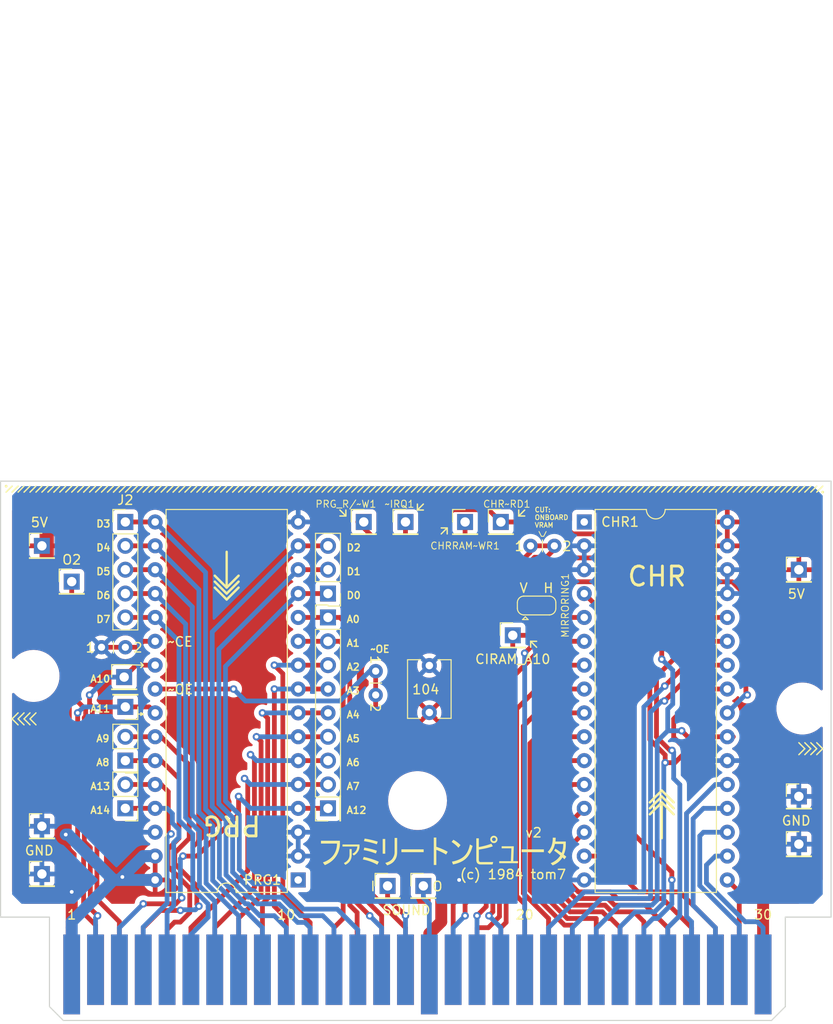
<source format=kicad_pcb>
(kicad_pcb (version 20221018) (generator pcbnew)
  (layers (0 "F.Cu" signal) (31 "B.Cu" signal) (34 "B.Paste" user) (35 "F.Paste" user) (36 "B.SilkS" user "B.Silkscreen") (37 "F.SilkS" user "F.Silkscreen") (38 "B.Mask" user) (39 "F.Mask" user) (44 "Edge.Cuts" user))
  (net 0 "")
  (net 2 "GND")
  (net 3 "Net-(CHR1-A12)")
  (net 4 "Net-(CHR1-A7)")
  (net 5 "Net-(CHR1-A6)")
  (net 6 "Net-(CHR1-A5)")
  (net 7 "Net-(CHR1-A4)")
  (net 8 "Net-(CHR1-A3)")
  (net 9 "Net-(CHR1-A2)")
  (net 10 "Net-(CHR1-A1)")
  (net 11 "Net-(CHR1-A0)")
  (net 12 "Net-(CHR1-D0)")
  (net 13 "Net-(CHR1-D1)")
  (net 14 "Net-(CHR1-D2)")
  (net 15 "Net-(CHR1-D3)")
  (net 16 "Net-(CHR1-D4)")
  (net 17 "Net-(CHR1-D5)")
  (net 18 "Net-(CHR1-D6)")
  (net 19 "Net-(CHR1-D7)")
  (net 20 "Net-(CHR1-A10)")
  (net 21 "Net-(CHR1-OE)")
  (net 22 "Net-(CHR1-A11)")
  (net 23 "Net-(CHR1-A9)")
  (net 24 "Net-(CHR1-A8)")
  (net 25 "Net-(CHR1-A13)")
  (net 26 "5v")
  (net 27 "Net-(CHRRAM~WR1-Pin_1)")
  (net 28 "Net-(CIRAM_A10-Pin_1)")
  (net 29 "Net-(EDGE1-PRG_A09)")
  (net 30 "Net-(EDGE1-PRG_A08)")
  (net 31 "Net-(EDGE1-PRG_A07)")
  (net 32 "Net-(EDGE1-PRG_A06)")
  (net 33 "Net-(EDGE1-PRG_A05)")
  (net 34 "Net-(EDGE1-PRG_A04)")
  (net 35 "Net-(EDGE1-PRG_A03)")
  (net 36 "Net-(EDGE1-PRG_A02)")
  (net 37 "Net-(EDGE1-PRG_A01)")
  (net 38 "Net-(EDGE1-PRG_A00)")
  (net 39 "Net-(EDGE1-PRG_R{slash}~W)")
  (net 40 "Net-(EDGE1-~IRQ)")
  (net 41 "Net-(EDGE1-02)")
  (net 42 "Net-(EDGE1-PRG_A13)")
  (net 43 "Net-(EDGE1-PRG_A14)")
  (net 44 "Net-(EDGE1-PRG_D7)")
  (net 45 "Net-(EDGE1-PRG_D6)")
  (net 46 "Net-(EDGE1-PRG_D5)")
  (net 47 "Net-(EDGE1-PRG_D4)")
  (net 48 "Net-(EDGE1-PRG_D3)")
  (net 49 "Net-(EDGE1-PRG_D2)")
  (net 50 "Net-(EDGE1-PRG_D1)")
  (net 51 "Net-(EDGE1-PRG_D0)")
  (net 52 "Net-(EDGE1-PRG_ROM_~CE)")
  (net 53 "Net-(EDGE1-SOUND_I)")
  (net 54 "Net-(EDGE1-SOUND_O)")
  (net 55 "Net-(EDGE1-VRAM_~CE)")
  (net 57 "Net-(EDGE1-CHR_~A13)")
  (net 58 "Net-(JP2-A)")
  (net 59 "Net-(JP3-B)")
  (net 60 "Net-(A12-Pin_1)")
  (net 61 "Net-(A10-Pin_1)")
  (net 62 "Net-(A11-Pin_1)")
  (footprint "Package_DIP:DIP-32_W15.24mm" (layer "F.Cu") (at 91.435 35.56)
    (fp_text reference "CHR1")
    (fp_text value "SST39SF020")
  )
  (footprint "Connector_PinHeader_2.54mm:PinHeader_1x01_P2.54mm_Vertical" (layer "F.Cu") (at 64.135 66.04 90)
    (fp_text reference "A12" hide)
    (fp_text value "PRG_ADDR_A12" hide)
  )
  (footprint "Connector_PinHeader_2.54mm:PinHeader_1x01_P2.54mm_Vertical" (layer "F.Cu") (at 33.655 67.945)
    (fp_text reference "TEST_GND1" hide)
    (fp_text value "Conn_01x01" hide)
  )
  (footprint "Connector_PinHeader_2.54mm:PinHeader_1x05_P2.54mm_Vertical" (layer "F.Cu") (at 42.545 35.56)
    (fp_text reference "J2")
    (fp_text value "PRG_DATA3_7" hide)
  )
  (footprint "famicom:famicartedge" (layer "F.Cu") (at 34.46 88.615)
    (fp_text reference "EDGE1" hide)
    (fp_text value "~" hide)
    (fp_line (start -5.21 -57.4) (end -5.21 -11) (stroke (width 0.12)) (layer "Edge.Cuts"))
    (fp_line (start -5.21 -11) (end 0 -11) (stroke (width 0.12)) (layer "Edge.Cuts"))
    (fp_line (start 0 -11) (end 0 -1.475) (stroke (width 0.12)) (layer "Edge.Cuts"))
    (fp_line (start 0 -1.475) (end 1.475 0) (stroke (width 0.12)) (layer "Edge.Cuts"))
    (fp_line (start 1.475 0) (end 76.925 0) (stroke (width 0.12)) (layer "Edge.Cuts"))
    (fp_line (start 76.925 0) (end 78.4 -1.475) (stroke (width 0.12)) (layer "Edge.Cuts"))
    (fp_line (start 78.4 -11) (end 83.27 -11) (stroke (width 0.12)) (layer "Edge.Cuts"))
    (fp_line (start 78.4 -1.475) (end 78.4 -11) (stroke (width 0.12)) (layer "Edge.Cuts"))
    (fp_line (start 83.27 -57.4) (end -5.21 -57.4) (stroke (width 0.12)) (layer "Edge.Cuts"))
    (fp_line (start 83.27 -11) (end 83.27 -57.4) (stroke (width 0.12)) (layer "Edge.Cuts"))
  )
  (footprint "Connector_PinHeader_2.54mm:PinHeader_1x01_P2.54mm_Vertical" (layer "F.Cu") (at 114.3 64.77)
    (fp_text reference "TEST_GND2" hide)
    (fp_text value "Conn_01x01" hide)
  )
  (footprint "Connector_PinHeader_2.54mm:PinHeader_1x01_P2.54mm_Vertical" (layer "F.Cu") (at 36.83 41.91)
    (fp_text reference "O2")
    (fp_text value "Conn_01x01" hide)
  )
  (footprint "Connector_PinHeader_2.54mm:PinHeader_1x01_P2.54mm_Vertical" (layer "F.Cu") (at 33.655 38.1)
    (fp_text reference "TEST_5V1" hide)
    (fp_text value "Conn_01x01" hide)
  )
  (footprint "Connector_PinHeader_2.54mm:PinHeader_1x01_P2.54mm_Vertical" (layer "F.Cu") (at 42.418 52.07)
    (fp_text reference "A10" hide)
    (fp_text value "PRG_ADDR_A10" hide)
  )
  (footprint "MountingHole:MountingHole_5mm" (layer "F.Cu") (at 73.675 65.215)
    (fp_text reference "REF**" hide)
    (fp_text value "MountingHole_5mm" hide)
  )
  (footprint "Connector_PinHeader_2.54mm:PinHeader_1x01_P2.54mm_Vertical" (layer "F.Cu") (at 114.3 69.85)
    (fp_text reference "TEST_GND4" hide)
    (fp_text value "Conn_01x01" hide)
  )
  (footprint "famicom:testjumperclosed" (layer "F.Cu") (at 69.215 52.705 -90)
    (fp_text reference "JP2" hide)
    (fp_text value "PRG_OE_44" hide)
  )
  (footprint "Connector_PinHeader_2.54mm:PinHeader_1x02_P2.54mm_Vertical" (layer "F.Cu") (at 42.545 60.96 180)
    (fp_text reference "J4" hide)
    (fp_text value "PRG_ADDR_8_9" hide)
  )
  (footprint "Connector_PinHeader_2.54mm:PinHeader_1x01_P2.54mm_Vertical" (layer "F.Cu") (at 74.295 74.295)
    (fp_text reference "SOUND_O1" hide)
    (fp_text value "Conn_01x01" hide)
  )
  (footprint "Jumper:SolderJumper-3_P1.3mm_Bridged12_RoundedPad1.0x1.5mm" (layer "F.Cu") (at 86.36 44.45)
    (fp_text reference "MIRRORING1")
    (fp_text value "SolderJumper_3_Bridged12" hide)
  )
  (footprint "Connector_PinHeader_2.54mm:PinHeader_1x01_P2.54mm_Vertical" (layer "F.Cu") (at 67.945 35.56)
    (fp_text reference "PRG_R/~W1")
    (fp_text value "Conn_01x01" hide)
  )
  (footprint "Connector_PinHeader_2.54mm:PinHeader_1x03_P2.54mm_Vertical" (layer "F.Cu") (at 64.135 43.18 180)
    (fp_text reference "J1" hide)
    (fp_text value "PRG_DATA0_2" hide)
  )
  (footprint "Connector_PinHeader_2.54mm:PinHeader_1x01_P2.54mm_Vertical" (layer "F.Cu") (at 33.655 73.025)
    (fp_text reference "TEST_GND3" hide)
    (fp_text value "Conn_01x01" hide)
  )
  (footprint "Connector_PinHeader_2.54mm:PinHeader_1x02_P2.54mm_Vertical" (layer "F.Cu") (at 42.545 66.04 180)
    (fp_text reference "J5" hide)
    (fp_text value "PRG_ADDR_13_14" hide)
  )
  (footprint "Connector_PinHeader_2.54mm:PinHeader_1x01_P2.54mm_Vertical" (layer "F.Cu") (at 83.82 47.625)
    (fp_text reference "CIRAM_A10")
    (fp_text value "Conn_01x01" hide)
  )
  (footprint "MountingHole:MountingHole_3mm" (layer "F.Cu") (at 114.675 55.415)
    (fp_text reference "REF**" hide)
    (fp_text value "MountingHole_3mm" hide)
  )
  (footprint "Connector_PinHeader_2.54mm:PinHeader_1x08_P2.54mm_Vertical" (layer "F.Cu") (at 64.135 45.72)
    (fp_text reference "J3" hide)
    (fp_text value "PRG_ADDR_0_7" hide)
  )
  (footprint "famicom:testjumperclosed" (layer "F.Cu") (at 41.275 48.895)
    (fp_text reference "JP3" hide)
    (fp_text value "PRG_CE_GND" hide)
  )
  (footprint "Connector_PinHeader_2.54mm:PinHeader_1x01_P2.54mm_Vertical" (layer "F.Cu") (at 114.3 40.64)
    (fp_text reference "TEST_5Vb1" hide)
    (fp_text value "Conn_01x01" hide)
  )
  (footprint "MountingHole:MountingHole_3mm" (layer "F.Cu") (at 32.765 51.945)
    (fp_text reference "REF**" hide)
    (fp_text value "MountingHole_3mm" hide)
  )
  (footprint "Connector_PinHeader_2.54mm:PinHeader_1x01_P2.54mm_Vertical" (layer "F.Cu") (at 72.39 35.56)
    (fp_text reference "~IRQ1")
    (fp_text value "Conn_01x01" hide)
  )
  (footprint "Connector_PinHeader_2.54mm:PinHeader_1x01_P2.54mm_Vertical" (layer "F.Cu") (at 82.55 35.56)
    (fp_text reference "CHR~RD1")
    (fp_text value "Conn_01x01" hide)
  )
  (footprint "Connector_PinHeader_2.54mm:PinHeader_1x01_P2.54mm_Vertical" (layer "F.Cu") (at 42.545 55.245 180)
    (fp_text reference "A11" hide)
    (fp_text value "PRG_ADDR_A11" hide)
  )
  (footprint "Connector_PinHeader_2.54mm:PinHeader_1x01_P2.54mm_Vertical" (layer "F.Cu") (at 70.485 74.295)
    (fp_text reference "SOUND_I1" hide)
    (fp_text value "Conn_01x01" hide)
  )
  (footprint "famicom:testjumperclosed" (layer "F.Cu") (at 86.98 38.1)
    (fp_text reference "JP1" hide)
    (fp_text value "ONBOARD_VRAM" hide)
  )
  (footprint "Connector_PinHeader_2.54mm:PinHeader_1x01_P2.54mm_Vertical" (layer "F.Cu") (at 78.74 35.56)
    (fp_text reference "CHRRAM~WR1")
    (fp_text value "Conn_01x01" hide)
  )
  (footprint "Capacitor_THT:C_Disc_D6.0mm_W4.4mm_P5.00mm" (layer "F.Cu") (at 74.93 55.84 90)
    (fp_text reference "C1" hide)
    (fp_text value "C" hide)
  )
  (footprint "Package_DIP:DIP-32_W15.24mm" (layer "F.Cu") (at 60.96 73.66 180)
    (fp_text reference "PRG1")
    (fp_text value "SST39SF020")
  )
  (gr_line (start 89.535 32.385) (end 90.17 31.75) (stroke (width 0.15)) (layer "F.SilkS"))
  (gr_poly (pts (xy 87.137662 70.703281) (xy 84.763927 70.703281) (xy 84.763927 70.402926) (xy 87.137662 70.402926)) (fill solid) (layer "F.SilkS"))
  (gr_line (start 83.185 32.385) (end 83.82 31.75) (stroke (width 0.15)) (layer "F.SilkS"))
  (gr_line (start 73.025 32.385) (end 73.66 31.75) (stroke (width 0.15)) (layer "F.SilkS"))
  (gr_line (start 107.315 32.385) (end 107.95 31.75) (stroke (width 0.15)) (layer "F.SilkS"))
  (gr_line (start 30.48 56.515) (end 31.115 55.88) (stroke (width 0.15)) (layer "F.SilkS"))
  (gr_line (start 38.1 32.385) (end 38.735 31.75) (stroke (width 0.15)) (layer "F.SilkS"))
  (gr_line (start 99.695 64.77) (end 100.965 66.04) (stroke (width 0.254)) (layer "F.SilkS"))
  (gr_line (start 106.68 32.385) (end 107.315 31.75) (stroke (width 0.15)) (layer "F.SilkS"))
  (gr_line (start 92.71 32.385) (end 93.345 31.75) (stroke (width 0.15)) (layer "F.SilkS"))
  (gr_line (start 73.66 34.29) (end 73.66 33.655) (stroke (width 0.15)) (layer "F.SilkS"))
  (gr_line (start 41.275 32.385) (end 41.91 31.75) (stroke (width 0.15)) (layer "F.SilkS"))
  (gr_line (start 113.03 32.385) (end 113.665 31.75) (stroke (width 0.15)) (layer "F.SilkS"))
  (gr_line (start 50.165 32.385) (end 50.8 31.75) (stroke (width 0.15)) (layer "F.SilkS"))
  (gr_line (start 31.75 32.385) (end 32.385 31.75) (stroke (width 0.15)) (layer "F.SilkS"))
  (gr_line (start 84.455 34.29) (end 84.455 34.925) (stroke (width 0.15)) (layer "F.SilkS"))
  (gr_line (start 93.98 32.385) (end 94.615 31.75) (stroke (width 0.15)) (layer "F.SilkS"))
  (gr_line (start 102.87 32.385) (end 103.505 31.75) (stroke (width 0.15)) (layer "F.SilkS"))
  (gr_line (start 86.36 48.895) (end 85.725 48.26) (stroke (width 0.15)) (layer "F.SilkS"))
  (gr_line (start 60.325 32.385) (end 60.96 31.75) (stroke (width 0.15)) (layer "F.SilkS"))
  (gr_line (start 54.61 32.385) (end 55.245 31.75) (stroke (width 0.15)) (layer "F.SilkS"))
  (gr_line (start 52.705 32.385) (end 53.34 31.75) (stroke (width 0.15)) (layer "F.SilkS"))
  (gr_line (start 99.695 69.215) (end 99.695 65.405) (stroke (width 0.254)) (layer "F.SilkS"))
  (gr_line (start 105.41 32.385) (end 106.045 31.75) (stroke (width 0.15)) (layer "F.SilkS"))
  (gr_line (start 66.04 34.925) (end 66.04 34.29) (stroke (width 0.15)) (layer "F.SilkS"))
  (gr_line (start 48.26 32.385) (end 48.895 31.75) (stroke (width 0.15)) (layer "F.SilkS"))
  (gr_line (start 99.695 64.135) (end 98.425 65.405) (stroke (width 0.254)) (layer "F.SilkS"))
  (gr_poly (pts (xy 81.836174 68.956147) (xy 81.855547 68.957786) (xy 81.874592 68.96039) (xy 81.89331 68.963958) (xy 81.9117 68.96849) (xy 81.929763 68.973984) (xy 81.947499 68.98044) (xy 81.964907 68.987857) (xy 81.981987 68.996235) (xy 81.99874 69.005571) (xy 82.015166 69.015866) (xy 82.031264 69.027119) (xy 82.047035 69.039328) (xy 82.062478 69.052493) (xy 82.078972 69.068038) (xy 82.094402 69.083898) (xy 82.108767 69.100071) (xy 82.122068 69.116558) (xy 82.134305 69.133359) (xy 82.145479 69.150474) (xy 82.155588 69.167902) (xy 82.164633 69.185644) (xy 82.172613 69.2037) (xy 82.17953 69.22207) (xy 82.185383 69.240753) (xy 82.190171 69.259751) (xy 82.193896 69.279062) (xy 82.196556 69.298687) (xy 82.198152 69.318625) (xy 82.198684 69.338878) (xy 82.19657 69.360767) (xy 82.193718 69.382125) (xy 82.190127 69.40295) (xy 82.185797 69.423243) (xy 82.180728 69.443005) (xy 82.174917 69.462234) (xy 82.168364 69.480931) (xy 82.161069 69.499096) (xy 82.15303 69.516729) (xy 82.144246 69.53383) (xy 82.134718 69.550399) (xy 82.124443 69.566436) (xy 82.113421 69.581941) (xy 82.101652 69.596913) (xy 82.089134 69.611354) (xy 82.075866 69.625263) (xy 82.062012 69.640113) (xy 82.047734 69.653887) (xy 82.033031 69.666587) (xy 82.017903 69.678214) (xy 82.002349 69.68877) (xy 81.986367 69.698257) (xy 81.969958 69.706677) (xy 81.953119 69.71403) (xy 81.935851 69.72032) (xy 81.918152 69.725547) (xy 81.900022 69.729713) (xy 81.881459 69.732821) (xy 81.862463 69.734871) (xy 81.843033 69.735865) (xy 81.823169 69.735806) (xy 81.802868 69.734694) (xy 81.780979 69.734162) (xy 81.759621 69.732566) (xy 81.738796 69.729906) (xy 81.718503 69.726181) (xy 81.698741 69.721393) (xy 81.679512 69.71554) (xy 81.660815 69.708623) (xy 81.64265 69.700642) (xy 81.625017 69.691597) (xy 81.607916 69.681488) (xy 81.591347 69.670315) (xy 81.57531 69.658077) (xy 81.559805 69.644776) (xy 81.544832 69.63041) (xy 81.530392 69.614981) (xy 81.516483 69.598487) (xy 81.503318 69.582941) (xy 81.491109 69.567081) (xy 81.479857 69.550908) (xy 81.469562 69.534421) (xy 81.460226 69.51762) (xy 81.451848 69.500506) (xy 81.444431 69.483077) (xy 81.437975 69.465335) (xy 81.43248 69.447279) (xy 81.427948 69.428909) (xy 81.42438 69.410226) (xy 81.421776 69.391229) (xy 81.420137 69.371918) (xy 81.419464 69.352293) (xy 81.419662 69.338877) (xy 81.612528 69.338877) (xy 81.61274 69.348932) (xy 81.613375 69.358792) (xy 81.614435 69.368457) (xy 81.615921 69.377923) (xy 81.617833 69.387187) (xy 81.620172 69.396248) (xy 81.622939 69.405102) (xy 81.626135 69.413748) (xy 81.629761 69.422182) (xy 81.633817 69.430402) (xy 81.638305 69.438406) (xy 81.643225 69.44619) (xy 81.648578 69.453753) (xy 81.654365 69.461091) (xy 81.660587 69.468203) (xy 81.667245 69.475085) (xy 81.674073 69.481743) (xy 81.681021 69.487965) (xy 81.68809 69.493752) (xy 81.695275 69.499105) (xy 81.702577 69.504025) (xy 81.709993 69.508513) (xy 81.717522 69.512569) (xy 81.725161 69.516195) (xy 81.73291 69.519391) (xy 81.740766 69.522158) (xy 81.748728 69.524497) (xy 81.756794 69.526408) (xy 81.764962 69.527894) (xy 81.773231 69.528954) (xy 81.781598 69.529589) (xy 81.790063 69.529801) (xy 81.803392 69.529589) (xy 81.81631 69.528954) (xy 81.828818 69.527894) (xy 81.840913 69.526408) (xy 81.852596 69.524497) (xy 81.863866 69.522158) (xy 81.874721 69.519391) (xy 81.885161 69.516195) (xy 81.895184 69.512569) (xy 81.904791 69.508513) (xy 81.91398 69.504025) (xy 81.92275 69.499105) (xy 81.931101 69.493752) (xy 81.939032 69.487965) (xy 81.946541 69.481743) (xy 81.953628 69.475085) (xy 81.961821 69.468203) (xy 81.969373 69.461091) (xy 81.976286 69.453753) (xy 81.98256 69.44619) (xy 81.988196 69.438406) (xy 81.993195 69.430402) (xy 81.995456 69.426319) (xy 81.997559 69.422182) (xy 81.999502 69.417992) (xy 82.001287 69.413748) (xy 82.002913 69.409451) (xy 82.00438 69.405102) (xy 82.005689 69.400701) (xy 82.00684 69.396248) (xy 82.007833 69.391743) (xy 82.008668 69.387187) (xy 82.009863 69.377923) (xy 82.010428 69.368457) (xy 82.010362 69.358792) (xy 82.009668 69.348932) (xy 82.008345 69.338877) (xy 82.008133 69.328727) (xy 82.007497 69.318796) (xy 82.006437 69.309082) (xy 82.004952 69.299587) (xy 82.00304 69.29031) (xy 82.000701 69.281251) (xy 81.997934 69.272411) (xy 81.994738 69.263789) (xy 81.991112 69.255385) (xy 81.987056 69.247199) (xy 81.982568 69.239232) (xy 81.977648 69.231483) (xy 81.972295 69.223952) (xy 81.966508 69.21664) (xy 81.960286 69.209546) (xy 81.953628 69.20267) (xy 81.946595 69.196108) (xy 81.939249 69.189957) (xy 81.931589 69.184219) (xy 81.923615 69.178896) (xy 81.915327 69.173988) (xy 81.906725 69.169498) (xy 81.89781 69.165428) (xy 81.888581 69.161779) (xy 81.879038 69.158552) (xy 81.869181 69.155751) (xy 81.859011 69.153376) (xy 81.848527 69.151428) (xy 81.837729 69.149911) (xy 81.826617 69.148825) (xy 81.815192 69.148172) (xy 81.803452 69.147954) (xy 81.793302 69.148166) (xy 81.78337 69.148801) (xy 81.773657 69.149861) (xy 81.764161 69.151347) (xy 81.754884 69.153258) (xy 81.745826 69.155597) (xy 81.736985 69.158364) (xy 81.728363 69.16156) (xy 81.719959 69.165186) (xy 81.711774 69.169242) (xy 81.703807 69.17373) (xy 81.696058 69.17865) (xy 81.688527 69.184003) (xy 81.681215 69.18979) (xy 81.674121 69.196012) (xy 81.667245 69.20267) (xy 81.660587 69.209648) (xy 81.654365 69.216831) (xy 81.648578 69.224218) (xy 81.643225 69.231811) (xy 81.638305 69.239607) (xy 81.633817 69.247609) (xy 81.629761 69.255815) (xy 81.626135 69.264225) (xy 81.622939 69.272841) (xy 81.620172 69.281661) (xy 81.617833 69.290685) (xy 81.615921 69.299914) (xy 81.614435 69.309348) (xy 81.613375 69.318987) (xy 81.61274 69.32883) (xy 81.612528 69.338877) (xy 81.419662 69.338877) (xy 81.419759 69.332354) (xy 81.42102 69.312102) (xy 81.422985 69.295178) (xy 81.425603 69.27846) (xy 81.428875 69.261949) (xy 81.432799 69.245644) (xy 81.437374 69.229548) (xy 81.4426 69.21366) (xy 81.448475 69.197982) (xy 81.455 69.182515) (xy 81.462172 69.16726) (xy 81.469992 69.152216) (xy 81.478458 69.137386) (xy 81.487569 69.12277) (xy 81.497326 69.108369) (xy 81.507725 69.094183) (xy 81.518768 69.080214) (xy 81.530453 69.066463) (xy 81.544205 69.053243) (xy 81.558174 69.04087) (xy 81.572359 69.029345) (xy 81.58676 69.018668) (xy 81.601376 69.00884) (xy 81.616207 68.999863) (xy 81.63125 68.991736) (xy 81.646505 68.984462) (xy 81.661973 68.978039) (xy 81.67765 68.972471) (xy 81.693538 68.967757) (xy 81.709634 68.963898) (xy 81.725939 68.960895) (xy 81.74245 68.958749) (xy 81.759168 68.95746) (xy 81.776092 68.957031) (xy 81.796447 68.955769) (xy 81.816474 68.955474)) (fill solid) (layer "F.SilkS"))
  (gr_line (start 116.205 59.055) (end 116.84 59.69) (stroke (width 0.15)) (layer "F.SilkS"))
  (gr_line (start 53.34 38.735) (end 53.34 42.545) (stroke (width 0.254)) (layer "F.SilkS"))
  (gr_line (start 109.22 32.385) (end 109.855 31.75) (stroke (width 0.15)) (layer "F.SilkS"))
  (gr_line (start 37.465 32.385) (end 38.1 31.75) (stroke (width 0.15)) (layer "F.SilkS"))
  (gr_line (start 97.79 32.385) (end 98.425 31.75) (stroke (width 0.15)) (layer "F.SilkS"))
  (gr_line (start 53.34 43.815) (end 52.07 42.545) (stroke (width 0.254)) (layer "F.SilkS"))
  (gr_line (start 63.5 32.385) (end 64.135 31.75) (stroke (width 0.15)) (layer "F.SilkS"))
  (gr_line (start 99.06 32.385) (end 99.695 31.75) (stroke (width 0.15)) (layer "F.SilkS"))
  (gr_line (start 94.615 32.385) (end 95.25 31.75) (stroke (width 0.15)) (layer "F.SilkS"))
  (gr_line (start 69.85 32.385) (end 70.485 31.75) (stroke (width 0.15)) (layer "F.SilkS"))
  (gr_line (start 76.2 36.83) (end 76.835 36.195) (stroke (width 0.15)) (layer "F.SilkS"))
  (gr_line (start 76.835 36.195) (end 76.2 36.195) (stroke (width 0.15)) (layer "F.SilkS"))
  (gr_line (start 108.585 32.385) (end 109.22 31.75) (stroke (width 0.15)) (layer "F.SilkS"))
  (gr_line (start 114.3 32.385) (end 114.935 31.75) (stroke (width 0.15)) (layer "F.SilkS"))
  (gr_line (start 62.23 32.385) (end 62.865 31.75) (stroke (width 0.15)) (layer "F.SilkS"))
  (gr_line (start 33.655 32.385) (end 34.29 31.75) (stroke (width 0.15)) (layer "F.SilkS"))
  (gr_line (start 84.455 32.385) (end 85.09 31.75) (stroke (width 0.15)) (layer "F.SilkS"))
  (gr_line (start 29.845 32.385) (end 30.48 31.75) (stroke (width 0.15)) (layer "F.SilkS"))
  (gr_line (start 90.805 32.385) (end 91.44 31.75) (stroke (width 0.15)) (layer "F.SilkS"))
  (gr_line (start 34.925 32.385) (end 35.56 31.75) (stroke (width 0.15)) (layer "F.SilkS"))
  (gr_line (start 115.57 32.385) (end 116.205 31.75) (stroke (width 0.15)) (layer "F.SilkS"))
  (gr_line (start 66.04 32.385) (end 66.675 31.75) (stroke (width 0.15)) (layer "F.SilkS"))
  (gr_poly (pts (xy 74.327173 70.703281) (xy 71.953437 70.703281) (xy 71.953437 70.402926) (xy 74.327173 70.402926)) (fill solid) (layer "F.SilkS"))
  (gr_line (start 68.58 32.385) (end 69.215 31.75) (stroke (width 0.15)) (layer "F.SilkS"))
  (gr_line (start 35.56 32.385) (end 36.195 31.75) (stroke (width 0.15)) (layer "F.SilkS"))
  (gr_line (start 44.196 55.88) (end 44.196 56.134) (stroke (width 0.15)) (layer "F.SilkS"))
  (gr_line (start 31.75 57.15) (end 31.115 56.515) (stroke (width 0.15)) (layer "F.SilkS"))
  (gr_line (start 104.14 32.385) (end 104.775 31.75) (stroke (width 0.15)) (layer "F.SilkS"))
  (gr_line (start 70.485 32.385) (end 71.12 31.75) (stroke (width 0.15)) (layer "F.SilkS"))
  (gr_poly (pts (xy 68.185193 71.2638) (xy 68.41619 71.322217) (xy 68.635289 71.3832) (xy 68.842493 71.446747) (xy 69.0378 71.512859) (xy 69.221211 71.581535) (xy 69.392725 71.652777) (xy 69.552343 71.726583) (xy 69.388778 72.040326) (xy 69.298035 71.990155) (xy 69.206542 71.942017) (xy 69.1143 71.895909) (xy 69.021311 71.851831) (xy 68.927575 71.809783) (xy 68.833092 71.769763) (xy 68.737865 71.731771) (xy 68.641893 71.695805) (xy 68.545177 71.661866) (xy 68.447719 71.629952) (xy 68.349519 71.600061) (xy 68.250578 71.572195) (xy 68.150897 71.54635) (xy 68.050477 71.522528) (xy 67.949318 71.500726) (xy 67.847422 71.480944) (xy 67.942301 71.207947)) (fill solid) (layer "F.SilkS"))
  (gr_line (start 81.28 32.385) (end 81.915 31.75) (stroke (width 0.15)) (layer "F.SilkS"))
  (gr_line (start 60.96 32.385) (end 61.595 31.75) (stroke (width 0.15)) (layer "F.SilkS"))
  (gr_line (start 113.665 32.385) (end 114.3 31.75) (stroke (width 0.15)) (layer "F.SilkS"))
  (gr_line (start 41.91 32.385) (end 42.545 31.75) (stroke (width 0.15)) (layer "F.SilkS"))
  (gr_poly (pts (xy 68.205838 69.28275) (xy 68.376089 69.312993) (xy 68.54851 69.34752) (xy 68.723093 69.386317) (xy 68.899831 69.429371) (xy 69.078718 69.476668) (xy 69.259747 69.528193) (xy 69.442912 69.583935) (xy 69.33348 69.87032) (xy 69.180764 69.817249) (xy 69.022966 69.767173) (xy 68.860079 69.720084) (xy 68.692097 69.675977) (xy 68.519012 69.634843) (xy 68.340819 69.596677) (xy 68.157509 69.561471) (xy 67.969077 69.529219) (xy 68.037762 69.256804)) (fill solid) (layer "F.SilkS"))
  (gr_line (start 78.74 32.385) (end 79.375 31.75) (stroke (width 0.15)) (layer "F.SilkS"))
  (gr_line (start 112.395 32.385) (end 113.03 31.75) (stroke (width 0.15)) (layer "F.SilkS"))
  (gr_line (start 116.205 59.69) (end 115.57 60.325) (stroke (width 0.15)) (layer "F.SilkS"))
  (gr_line (start 100.965 32.385) (end 101.6 31.75) (stroke (width 0.15)) (layer "F.SilkS"))
  (gr_line (start 106.045 32.385) (end 106.68 31.75) (stroke (width 0.15)) (layer "F.SilkS"))
  (gr_line (start 55.245 32.385) (end 55.88 31.75) (stroke (width 0.15)) (layer "F.SilkS"))
  (gr_line (start 78.105 32.385) (end 78.74 31.75) (stroke (width 0.15)) (layer "F.SilkS"))
  (gr_line (start 80.01 32.385) (end 80.645 31.75) (stroke (width 0.15)) (layer "F.SilkS"))
  (gr_line (start 74.93 32.385) (end 75.565 31.75) (stroke (width 0.15)) (layer "F.SilkS"))
  (gr_poly (pts (xy 77.605908 69.445299) (xy 77.714187 69.512666) (xy 77.817364 69.581725) (xy 77.915425 69.652475) (xy 78.008356 69.724917) (xy 78.052893 69.761772) (xy 78.096144 69.799051) (xy 78.138104 69.836752) (xy 78.178774 69.874876) (xy 78.218152 69.913423) (xy 78.256234 69.952393) (xy 78.024564 70.238778) (xy 77.994523 70.201131) (xy 77.962463 70.163279) (xy 77.928384 70.12522) (xy 77.892286 70.086955) (xy 77.854169 70.048481) (xy 77.814032 70.009798) (xy 77.771877 69.970905) (xy 77.727702 69.931802) (xy 77.681508 69.892488) (xy 77.633295 69.852961) (xy 77.583063 69.81322) (xy 77.530812 69.773266) (xy 77.476542 69.733097) (xy 77.420253 69.692713) (xy 77.361944 69.652111) (xy 77.301616 69.611293) (xy 77.49254 69.379623)) (fill solid) (layer "F.SilkS"))
  (gr_line (start 75.565 32.385) (end 76.2 31.75) (stroke (width 0.15)) (layer "F.SilkS"))
  (gr_line (start 111.76 32.385) (end 112.395 31.75) (stroke (width 0.15)) (layer "F.SilkS"))
  (gr_line (start 80.645 32.385) (end 81.28 31.75) (stroke (width 0.15)) (layer "F.SilkS"))
  (gr_line (start 43.18 32.385) (end 43.815 31.75) (stroke (width 0.15)) (layer "F.SilkS"))
  (gr_line (start 85.725 48.26) (end 86.36 48.26) (stroke (width 0.15)) (layer "F.SilkS"))
  (gr_line (start 99.695 64.77) (end 98.425 66.04) (stroke (width 0.254)) (layer "F.SilkS"))
  (gr_line (start 84.455 34.925) (end 85.09 34.925) (stroke (width 0.15)) (layer "F.SilkS"))
  (gr_line (start 45.085 32.385) (end 45.72 31.75) (stroke (width 0.15)) (layer "F.SilkS"))
  (gr_line (start 103.505 32.385) (end 104.14 31.75) (stroke (width 0.15)) (layer "F.SilkS"))
  (gr_line (start 33.02 32.385) (end 33.655 31.75) (stroke (width 0.15)) (layer "F.SilkS"))
  (gr_poly (pts (xy 75.677606 70.129929) (xy 75.854715 70.191919) (xy 76.024573 70.255213) (xy 76.187187 70.319803) (xy 76.342563 70.385681) (xy 76.490709 70.452843) (xy 76.631631 70.52128) (xy 76.765337 70.590985) (xy 76.891832 70.661953) (xy 76.714296 70.962308) (xy 76.674188 70.934394) (xy 76.628957 70.905218) (xy 76.57861 70.874774) (xy 76.523154 70.843054) (xy 76.462596 70.810051) (xy 76.396942 70.775759) (xy 76.3262 70.740171) (xy 76.250376 70.703281) (xy 76.172668 70.666607) (xy 76.096706 70.631666) (xy 76.02249 70.598444) (xy 75.95002 70.566928) (xy 75.879297 70.537103) (xy 75.810321 70.508956) (xy 75.74309 70.482473) (xy 75.677606 70.457642) (xy 75.677606 72.067684) (xy 75.404608 72.067684) (xy 75.404608 69.147954) (xy 75.677606 69.147954)) (fill solid) (layer "F.SilkS"))
  (gr_line (start 39.37 32.385) (end 40.005 31.75) (stroke (width 0.15)) (layer "F.SilkS"))
  (gr_poly (pts (xy 71.503487 70.703281) (xy 71.502471 70.768956) (xy 71.499424 70.833047) (xy 71.494347 70.895552) (xy 71.487243 70.956469) (xy 71.478113 71.015797) (xy 71.466959 71.073534) (xy 71.453782 71.129678) (xy 71.438585 71.184227) (xy 71.421368 71.237181) (xy 71.402134 71.288536) (xy 71.380884 71.338292) (xy 71.357621 71.386447) (xy 71.332345 71.432998) (xy 71.305058 71.477945) (xy 71.275763 71.521286) (xy 71.24446 71.563018) (xy 71.215736 71.606694) (xy 71.184133 71.649101) (xy 71.149651 71.690238) (xy 71.112291 71.730103) (xy 71.072052 71.768696) (xy 71.028935 71.806016) (xy 70.982939 71.842062) (xy 70.934064 71.876834) (xy 70.882311 71.910329) (xy 70.827679 71.942549) (xy 70.770169 71.973491) (xy 70.70978 72.003155) (xy 70.646513 72.03154) (xy 70.580367 72.058645) (xy 70.511342 72.084469) (xy 70.439439 72.109012) (xy 70.234545 71.849985) (xy 70.299791 71.830681) (xy 70.362593 71.810312) (xy 70.422952 71.78888) (xy 70.480867 71.766383) (xy 70.536335 71.742822) (xy 70.589358 71.718198) (xy 70.639933 71.692509) (xy 70.688061 71.665756) (xy 70.733739 71.637938) (xy 70.776968 71.609057) (xy 70.817747 71.579112) (xy 70.856074 71.548102) (xy 70.891948 71.516028) (xy 70.92537 71.48289) (xy 70.956337 71.448689) (xy 70.98485 71.413422) (xy 71.014564 71.370742) (xy 71.042366 71.327831) (xy 71.068257 71.284692) (xy 71.092236 71.241326) (xy 71.114301 71.197735) (xy 71.134451 71.15392) (xy 71.152687 71.109884) (xy 71.169007 71.065628) (xy 71.18341 71.021153) (xy 71.195895 70.976462) (xy 71.206462 70.931556) (xy 71.21511 70.886437) (xy 71.221837 70.841106) (xy 71.226644 70.795566) (xy 71.229528 70.749818) (xy 71.23049 70.703863) (xy 71.23049 69.1887) (xy 71.503487 69.1887)) (fill solid) (layer "F.SilkS"))
  (gr_line (start 90.17 32.385) (end 90.805 31.75) (stroke (width 0.15)) (layer "F.SilkS"))
  (gr_line (start 82.55 32.385) (end 83.185 31.75) (stroke (width 0.15)) (layer "F.SilkS"))
  (gr_line (start 64.135 32.385) (end 64.77 31.75) (stroke (width 0.15)) (layer "F.SilkS"))
  (gr_line (start 97.155 32.385) (end 97.79 31.75) (stroke (width 0.15)) (layer "F.SilkS"))
  (gr_line (start 53.34 32.385) (end 53.975 31.75) (stroke (width 0.15)) (layer "F.SilkS"))
  (gr_line (start 83.82 32.385) (end 84.455 31.75) (stroke (width 0.15)) (layer "F.SilkS"))
  (gr_line (start 87.122 37.084) (end 87.376 36.576) (stroke (width 0.1)) (layer "F.SilkS"))
  (gr_circle (center 29.845 31.75) (end 29.845 31.75) (stroke (width 0.15)) (fill none) (layer "F.SilkS"))
  (gr_poly (pts (xy 68.067225 70.223107) (xy 68.141219 70.235904) (xy 68.219019 70.250393) (xy 68.300646 70.266573) (xy 68.38612 70.284445) (xy 68.475462 70.304008) (xy 68.665831 70.34821) (xy 68.763019 70.372246) (xy 68.856818 70.39676) (xy 68.947219 70.421737) (xy 69.034217 70.447164) (xy 69.117803 70.473028) (xy 69.197973 70.499315) (xy 69.274718 70.526011) (xy 69.348032 70.553103) (xy 69.238601 70.853458) (xy 69.069186 70.788111) (xy 68.901893 70.728274) (xy 68.736714 70.673949) (xy 68.573643 70.625136) (xy 68.412673 70.581835) (xy 68.253798 70.544045) (xy 68.097009 70.511766) (xy 67.942301 70.485) (xy 67.997017 70.212002)) (fill solid) (layer "F.SilkS"))
  (gr_poly (pts (xy 83.876832 71.657897) (xy 84.381498 71.657897) (xy 84.381498 71.876179) (xy 82.376221 71.876179) (xy 82.376221 71.657897) (xy 83.617804 71.657897) (xy 83.672521 70.293494) (xy 82.635831 70.293494) (xy 82.635831 70.075213) (xy 83.932129 70.075213)) (fill solid) (layer "F.SilkS"))
  (gr_line (start 73.66 32.385) (end 74.295 31.75) (stroke (width 0.15)) (layer "F.SilkS"))
  (gr_line (start 74.295 32.385) (end 74.93 31.75) (stroke (width 0.15)) (layer "F.SilkS"))
  (gr_line (start 96.52 32.385) (end 97.155 31.75) (stroke (width 0.15)) (layer "F.SilkS"))
  (gr_line (start 57.785 32.385) (end 58.42 31.75) (stroke (width 0.15)) (layer "F.SilkS"))
  (gr_line (start 65.405 32.385) (end 66.04 31.75) (stroke (width 0.15)) (layer "F.SilkS"))
  (gr_line (start 115.57 59.055) (end 116.205 59.69) (stroke (width 0.15)) (layer "F.SilkS"))
  (gr_line (start 88.9 32.385) (end 89.535 31.75) (stroke (width 0.15)) (layer "F.SilkS"))
  (gr_line (start 31.115 57.15) (end 30.48 56.515) (stroke (width 0.15)) (layer "F.SilkS"))
  (gr_line (start 93.345 32.385) (end 93.98 31.75) (stroke (width 0.15)) (layer "F.SilkS"))
  (gr_line (start 44.45 56.007) (end 44.196 55.88) (stroke (width 0.15)) (layer "F.SilkS"))
  (gr_line (start 101.6 32.385) (end 102.235 31.75) (stroke (width 0.15)) (layer "F.SilkS"))
  (gr_line (start 44.196 56.134) (end 44.45 56.007) (stroke (width 0.15)) (layer "F.SilkS"))
  (gr_poly (pts (xy 79.538566 70.034467) (xy 79.510319 70.141957) (xy 79.48015 70.246144) (xy 79.448058 70.347028) (xy 79.414045 70.444608) (xy 79.378113 70.538884) (xy 79.340261 70.629853) (xy 79.30049 70.717516) (xy 79.258802 70.801871) (xy 79.215197 70.882918) (xy 79.169676 70.960656) (xy 79.12224 71.035084) (xy 79.072889 71.106201) (xy 79.021626 71.174006) (xy 78.96845 71.238498) (xy 78.913362 71.299677) (xy 78.856363 71.357542) (xy 78.794904 71.414432) (xy 78.729925 71.469193) (xy 78.661428 71.521826) (xy 78.589414 71.572331) (xy 78.513884 71.620708) (xy 78.434838 71.666956) (xy 78.352278 71.711076) (xy 78.266204 71.753068) (xy 78.176617 71.792932) (xy 78.083517 71.830667) (xy 77.986907 71.866274) (xy 77.886786 71.899753) (xy 77.783155 71.931103) (xy 77.676016 71.960326) (xy 77.565369 71.98742) (xy 77.451215 72.012386) (xy 77.341784 71.712031) (xy 77.451013 71.690346) (xy 77.556928 71.666327) (xy 77.65953 71.639974) (xy 77.758819 71.611285) (xy 77.854796 71.58026) (xy 77.947463 71.546898) (xy 78.03682 71.511198) (xy 78.122867 71.473159) (xy 78.205606 71.43278) (xy 78.285038 71.390061) (xy 78.361163 71.345) (xy 78.433982 71.297597) (xy 78.503496 71.247851) (xy 78.569706 71.195761) (xy 78.632613 71.141326) (xy 78.692218 71.084545) (xy 78.742491 71.030432) (xy 78.790719 70.973524) (xy 78.836904 70.913823) (xy 78.881048 70.85133) (xy 78.923152 70.786047) (xy 78.963219 70.717976) (xy 79.001249 70.647119) (xy 79.037245 70.573476) (xy 79.071209 70.497051) (xy 79.103141 70.417844) (xy 79.133044 70.335858) (xy 79.16092 70.251093) (xy 79.186769 70.163552) (xy 79.210594 70.073237) (xy 79.232397 69.980149) (xy 79.252179 69.88429)) (fill solid) (layer "F.SilkS"))
  (gr_line (start 52.07 32.385) (end 52.705 31.75) (stroke (width 0.15)) (layer "F.SilkS"))
  (gr_poly (pts (xy 66.659972 70.989666) (xy 66.657305 71.080177) (xy 66.649304 71.167484) (xy 66.635971 71.251586) (xy 66.617307 71.332485) (xy 66.593311 71.410182) (xy 66.563986 71.484676) (xy 66.529331 71.55597) (xy 66.489348 71.624064) (xy 66.444038 71.688958) (xy 66.393401 71.750654) (xy 66.337438 71.809153) (xy 66.276151 71.864455) (xy 66.20954 71.916561) (xy 66.137605 71.965473) (xy 66.060348 72.01119) (xy 65.97777 72.053714) (xy 65.827592 71.862791) (xy 65.900232 71.824182) (xy 65.968191 71.783445) (xy 66.03147 71.74058) (xy 66.090066 71.695587) (xy 66.14398 71.648466) (xy 66.16918 71.624107) (xy 66.19321 71.599216) (xy 66.216068 71.573793) (xy 66.237755 71.547838) (xy 66.258271 71.521351) (xy 66.277615 71.494332) (xy 66.295788 71.466781) (xy 66.312789 71.438698) (xy 66.328618 71.410082) (xy 66.343276 71.380935) (xy 66.356761 71.351255) (xy 66.369074 71.321044) (xy 66.380216 71.2903) (xy 66.390184 71.259025) (xy 66.398981 71.227217) (xy 66.406605 71.194877) (xy 66.413056 71.162006) (xy 66.418335 71.128602) (xy 66.42244 71.094666) (xy 66.425373 71.060198) (xy 66.42772 70.989666) (xy 66.42772 70.375568) (xy 66.659972 70.375568)) (fill solid) (layer "F.SilkS"))
  (gr_line (start 59.055 32.385) (end 59.69 31.75) (stroke (width 0.15)) (layer "F.SilkS"))
  (gr_line (start 104.775 32.385) (end 105.41 31.75) (stroke (width 0.15)) (layer "F.SilkS"))
  (gr_line (start 67.31 32.385) (end 67.945 31.75) (stroke (width 0.15)) (layer "F.SilkS"))
  (gr_line (start 76.835 36.195) (end 76.835 36.83) (stroke (width 0.15)) (layer "F.SilkS"))
  (gr_line (start 115.57 59.69) (end 114.935 60.325) (stroke (width 0.15)) (layer "F.SilkS"))
  (gr_line (start 110.49 32.385) (end 111.125 31.75) (stroke (width 0.15)) (layer "F.SilkS"))
  (gr_line (start 31.75 56.515) (end 32.385 55.88) (stroke (width 0.15)) (layer "F.SilkS"))
  (gr_line (start 99.695 65.405) (end 100.965 66.675) (stroke (width 0.254)) (layer "F.SilkS"))
  (gr_line (start 85.09 32.385) (end 85.725 31.75) (stroke (width 0.15)) (layer "F.SilkS"))
  (gr_line (start 74.295 33.655) (end 73.66 34.29) (stroke (width 0.15)) (layer "F.SilkS"))
  (gr_line (start 31.115 56.515) (end 31.75 55.88) (stroke (width 0.15)) (layer "F.SilkS"))
  (gr_line (start 99.695 64.135) (end 100.965 65.405) (stroke (width 0.254)) (layer "F.SilkS"))
  (gr_line (start 114.935 59.055) (end 115.57 59.69) (stroke (width 0.15)) (layer "F.SilkS"))
  (gr_line (start 53.34 43.815) (end 54.61 42.545) (stroke (width 0.254)) (layer "F.SilkS"))
  (gr_line (start 79.375 32.385) (end 80.01 31.75) (stroke (width 0.15)) (layer "F.SilkS"))
  (gr_line (start 57.15 32.385) (end 57.785 31.75) (stroke (width 0.15)) (layer "F.SilkS"))
  (gr_line (start 85.09 34.29) (end 84.455 34.925) (stroke (width 0.15)) (layer "F.SilkS"))
  (gr_line (start 99.695 32.385) (end 100.33 31.75) (stroke (width 0.15)) (layer "F.SilkS"))
  (gr_line (start 44.45 50.8) (end 44.196 50.546) (stroke (width 0.15)) (layer "F.SilkS"))
  (gr_line (start 67.945 32.385) (end 68.58 31.75) (stroke (width 0.15)) (layer "F.SilkS"))
  (gr_poly (pts (xy 88.392198 69.214895) (xy 88.390896 69.268163) (xy 88.388735 69.320572) (xy 88.385721 69.372129) (xy 88.381862 69.422839) (xy 88.377163 69.472711) (xy 88.371632 69.52175) (xy 88.365276 69.569964) (xy 89.470071 69.569964) (xy 89.470071 69.924453) (xy 89.469321 69.995831) (xy 89.466852 70.066337) (xy 89.462666 70.135972) (xy 89.456764 70.204735) (xy 89.449146 70.27263) (xy 89.439814 70.339655) (xy 89.428768 70.405812) (xy 89.416008 70.471102) (xy 89.401537 70.535526) (xy 89.385355 70.599084) (xy 89.367462 70.661778) (xy 89.347859 70.723608) (xy 89.326548 70.784575) (xy 89.303529 70.84468) (xy 89.278803 70.903924) (xy 89.252371 70.962308) (xy 89.292535 70.992866) (xy 89.33096 71.022981) (xy 89.367653 71.052646) (xy 89.40262 71.081853) (xy 89.435868 71.110597) (xy 89.467404 71.13887) (xy 89.497234 71.166666) (xy 89.525366 71.193977) (xy 89.320474 71.466974) (xy 89.305248 71.448883) (xy 89.287069 71.428657) (xy 89.265928 71.406288) (xy 89.241821 71.381772) (xy 89.21474 71.355099) (xy 89.184677 71.326265) (xy 89.151627 71.295261) (xy 89.115582 71.262081) (xy 89.066666 71.335778) (xy 89.015525 71.406693) (xy 88.962157 71.474827) (xy 88.90656 71.54018) (xy 88.848732 71.602754) (xy 88.788672 71.662548) (xy 88.726378 71.719565) (xy 88.661848 71.773805) (xy 88.595081 71.825268) (xy 88.526075 71.873956) (xy 88.454828 71.919869) (xy 88.381339 71.963009) (xy 88.305605 72.003376) (xy 88.227626 72.040971) (xy 88.147399 72.075794) (xy 88.064922 72.107848) (xy 87.86003 71.876178) (xy 87.943939 71.841056) (xy 88.025187 71.803792) (xy 88.103775 71.764388) (xy 88.179703 71.722845) (xy 88.25297 71.679163) (xy 88.323577 71.633344) (xy 88.391524 71.585388) (xy 88.45681 71.535296) (xy 88.519437 71.483069) (xy 88.579403 71.428708) (xy 88.636708 71.372213) (xy 88.691353 71.313586) (xy 88.743338 71.252827) (xy 88.792663 71.189938) (xy 88.839327 71.124918) (xy 88.883331 71.057769) (xy 88.780657 70.969284) (xy 88.683932 70.888056) (xy 88.593154 70.814086) (xy 88.508325 70.747373) (xy 88.429443 70.687919) (xy 88.35651 70.635722) (xy 88.289525 70.590784) (xy 88.228487 70.553103) (xy 88.364695 70.334822) (xy 88.434735 70.377744) (xy 88.508643 70.424445) (xy 88.586411 70.474938) (xy 88.668034 70.529238) (xy 88.753504 70.587357) (xy 88.842814 70.649311) (xy 88.935957 70.715111) (xy 89.032928 70.784772) (xy 89.052798 70.736703) (xy 89.071375 70.687882) (xy 89.088658 70.638309) (xy 89.104651 70.587983) (xy 89.119355 70.536903) (xy 89.132771 70.485069) (xy 89.144901 70.432479) (xy 89.155747 70.379133) (xy 89.165311 70.32503) (xy 89.173594 70.270169) (xy 89.180598 70.214549) (xy 89.186324 70.158169) (xy 89.190776 70.101028) (xy 89.193953 70.043127) (xy 89.195858 69.984462) (xy 89.196493 69.925035) (xy 89.196493 69.829574) (xy 88.311142 69.829574) (xy 88.29136 69.91205) (xy 88.269558 69.992277) (xy 88.245736 70.070257) (xy 88.219892 70.14599) (xy 88.192025 70.21948) (xy 88.162135 70.290727) (xy 88.13022 70.359733) (xy 88.096281 70.4265) (xy 88.060315 70.49103) (xy 88.022323 70.553324) (xy 87.982303 70.613384) (xy 87.940255 70.671211) (xy 87.896178 70.726809) (xy 87.85007 70.780177) (xy 87.801931 70.831318) (xy 87.751761 70.880234) (xy 87.53348 70.675341) (xy 87.601195 70.608649) (xy 87.664424 70.538232) (xy 87.723167 70.464088) (xy 87.777427 70.386218) (xy 87.827206 70.30462) (xy 87.872505 70.219293) (xy 87.913325 70.130237) (xy 87.949669 70.03745) (xy 87.981539 69.940932) (xy 88.008935 69.840682) (xy 88.03186 69.736699) (xy 88.050315 69.628982) (xy 88.064303 69.517531) (xy 88.073824 69.402344) (xy 88.078881 69.28342) (xy 88.079475 69.16076) (xy 88.392633 69.16076)) (fill solid) (layer "F.SilkS"))
  (gr_poly (pts (xy 65.405 69.78941) (xy 65.401657 69.887548) (xy 65.395123 69.984199) (xy 65.385395 70.079363) (xy 65.372476 70.173039) (xy 65.356364 70.265229) (xy 65.33706 70.355932) (xy 65.314563 70.445147) (xy 65.288874 70.532876) (xy 65.259993 70.619117) (xy 65.227919 70.703872) (xy 65.192653 70.787139) (xy 65.154195 70.86892) (xy 65.112544 70.949213) (xy 65.067701 71.02802) (xy 65.019665 71.105339) (xy 64.968437 71.181171) (xy 64.914331 71.25508) (xy 64.85766 71.326631) (xy 64.798424 71.395824) (xy 64.736623 71.462663) (xy 64.672257 71.527148) (xy 64.605326 71.589282) (xy 64.535831 71.649066) (xy 64.463771 71.706501) (xy 64.389146 71.76159) (xy 64.311956 71.814334) (xy 64.232202 71.864736) (xy 64.149883 71.912795) (xy 64.064998 71.958515) (xy 63.97755 72.001897) (xy 63.887536 72.042943) (xy 63.794957 72.081654) (xy 63.590064 71.795269) (xy 63.674136 71.765337) (xy 63.755874 71.733604) (xy 63.835275 71.700068) (xy 63.912338 71.664728) (xy 63.987062 71.627584) (xy 64.059444 71.588635) (xy 64.129483 71.547881) (xy 64.197177 71.505319) (xy 64.262525 71.46095) (xy 64.325524 71.414772) (xy 64.386174 71.366785) (xy 64.444471 71.316988) (xy 64.500416 71.265379) (xy 64.554005 71.211959) (xy 64.605238 71.156726) (xy 64.654112 71.09968) (xy 64.706977 71.030614) (xy 64.756432 70.959843) (xy 64.802475 70.887367) (xy 64.845108 70.813185) (xy 64.884331 70.737299) (xy 64.920143 70.659706) (xy 64.952544 70.580409) (xy 64.981534 70.499406) (xy 65.007114 70.416698) (xy 65.029283 70.332285) (xy 65.048042 70.246166) (xy 65.06339 70.158342) (xy 65.075327 70.068812) (xy 65.083854 69.977578) (xy 65.08897 69.884638) (xy 65.090675 69.789992) (xy 63.385171 69.789992) (xy 63.385171 69.489055) (xy 65.405 69.489055)) (fill solid) (layer "F.SilkS"))
  (gr_line (start 92.075 32.385) (end 92.71 31.75) (stroke (width 0.15)) (layer "F.SilkS"))
  (gr_line (start 87.63 32.385) (end 88.265 31.75) (stroke (width 0.15)) (layer "F.SilkS"))
  (gr_line (start 77.47 32.385) (end 78.105 31.75) (stroke (width 0.15)) (layer "F.SilkS"))
  (gr_line (start 86.614 36.576) (end 86.868 37.084) (stroke (width 0.1)) (layer "F.SilkS"))
  (gr_line (start 64.77 32.385) (end 65.405 31.75) (stroke (width 0.15)) (layer "F.SilkS"))
  (gr_line (start 116.205 32.385) (end 116.84 31.75) (stroke (width 0.15)) (layer "F.SilkS"))
  (gr_line (start 49.53 32.385) (end 50.165 31.75) (stroke (width 0.15)) (layer "F.SilkS"))
  (gr_line (start 81.915 32.385) (end 82.55 31.75) (stroke (width 0.15)) (layer "F.SilkS"))
  (gr_line (start 66.04 34.925) (end 65.405 34.925) (stroke (width 0.15)) (layer "F.SilkS"))
  (gr_line (start 65.405 34.29) (end 66.04 34.925) (stroke (width 0.15)) (layer "F.SilkS"))
  (gr_line (start 66.675 32.385) (end 67.31 31.75) (stroke (width 0.15)) (layer "F.SilkS"))
  (gr_line (start 59.69 32.385) (end 60.325 31.75) (stroke (width 0.15)) (layer "F.SilkS"))
  (gr_line (start 85.725 48.26) (end 85.725 48.895) (stroke (width 0.15)) (layer "F.SilkS"))
  (gr_line (start 40.005 32.385) (end 40.64 31.75) (stroke (width 0.15)) (layer "F.SilkS"))
  (gr_line (start 88.265 32.385) (end 88.9 31.75) (stroke (width 0.15)) (layer "F.SilkS"))
  (gr_line (start 116.84 59.69) (end 116.205 60.325) (stroke (width 0.15)) (layer "F.SilkS"))
  (gr_line (start 73.66 34.29) (end 74.295 34.29) (stroke (width 0.15)) (layer "F.SilkS"))
  (gr_line (start 50.8 32.385) (end 51.435 31.75) (stroke (width 0.15)) (layer "F.SilkS"))
  (gr_line (start 44.45 56.007) (end 43.875 56.007) (stroke (width 0.12)) (layer "F.SilkS"))
  (gr_line (start 71.12 32.385) (end 71.755 31.75) (stroke (width 0.15)) (layer "F.SilkS"))
  (gr_line (start 36.195 32.385) (end 36.83 31.75) (stroke (width 0.15)) (layer "F.SilkS"))
  (gr_line (start 95.885 32.385) (end 96.52 31.75) (stroke (width 0.15)) (layer "F.SilkS"))
  (gr_line (start 48.895 32.385) (end 49.53 31.75) (stroke (width 0.15)) (layer "F.SilkS"))
  (gr_line (start 58.42 32.385) (end 59.055 31.75) (stroke (width 0.15)) (layer "F.SilkS"))
  (gr_line (start 72.39 32.385) (end 73.025 31.75) (stroke (width 0.15)) (layer "F.SilkS"))
  (gr_line (start 111.125 32.385) (end 111.76 31.75) (stroke (width 0.15)) (layer "F.SilkS"))
  (gr_line (start 42.545 32.385) (end 43.18 31.75) (stroke (width 0.15)) (layer "F.SilkS"))
  (gr_line (start 32.385 57.15) (end 31.75 56.515) (stroke (width 0.15)) (layer "F.SilkS"))
  (gr_line (start 107.95 32.385) (end 108.585 31.75) (stroke (width 0.15)) (layer "F.SilkS"))
  (gr_line (start 38.735 32.385) (end 39.37 31.75) (stroke (width 0.15)) (layer "F.SilkS"))
  (gr_line (start 53.34 42.545) (end 54.61 41.275) (stroke (width 0.254)) (layer "F.SilkS"))
  (gr_line (start 100.33 32.385) (end 100.965 31.75) (stroke (width 0.15)) (layer "F.SilkS"))
  (gr_line (start 86.995 32.385) (end 87.63 31.75) (stroke (width 0.15)) (layer "F.SilkS"))
  (gr_line (start 86.36 32.385) (end 86.995 31.75) (stroke (width 0.15)) (layer "F.SilkS"))
  (gr_line (start 55.88 32.385) (end 56.515 31.75) (stroke (width 0.15)) (layer "F.SilkS"))
  (gr_line (start 51.435 32.385) (end 52.07 31.75) (stroke (width 0.15)) (layer "F.SilkS"))
  (gr_line (start 53.34 42.545) (end 52.07 41.275) (stroke (width 0.254)) (layer "F.SilkS"))
  (gr_line (start 91.44 32.385) (end 92.075 31.75) (stroke (width 0.15)) (layer "F.SilkS"))
  (gr_line (start 53.34 43.18) (end 52.07 41.91) (stroke (width 0.254)) (layer "F.SilkS"))
  (gr_line (start 30.48 32.385) (end 31.115 31.75) (stroke (width 0.15)) (layer "F.SilkS"))
  (gr_line (start 32.385 56.515) (end 33.02 55.88) (stroke (width 0.15)) (layer "F.SilkS"))
  (gr_line (start 69.215 32.385) (end 69.85 31.75) (stroke (width 0.15)) (layer "F.SilkS"))
  (gr_line (start 47.625 32.385) (end 48.26 31.75) (stroke (width 0.15)) (layer "F.SilkS"))
  (gr_line (start 86.868 37.084) (end 87.122 37.084) (stroke (width 0.1)) (layer "F.SilkS"))
  (gr_line (start 46.355 32.385) (end 46.99 31.75) (stroke (width 0.15)) (layer "F.SilkS"))
  (gr_line (start 109.855 32.385) (end 110.49 31.75) (stroke (width 0.15)) (layer "F.SilkS"))
  (gr_line (start 40.64 32.385) (end 41.275 31.75) (stroke (width 0.15)) (layer "F.SilkS"))
  (gr_line (start 45.72 32.385) (end 46.355 31.75) (stroke (width 0.15)) (layer "F.SilkS"))
  (gr_line (start 76.2 32.385) (end 76.835 31.75) (stroke (width 0.15)) (layer "F.SilkS"))
  (gr_line (start 114.935 32.385) (end 115.57 31.75) (stroke (width 0.15)) (layer "F.SilkS"))
  (gr_line (start 102.235 32.385) (end 102.87 31.75) (stroke (width 0.15)) (layer "F.SilkS"))
  (gr_line (start 36.83 32.385) (end 37.465 31.75) (stroke (width 0.15)) (layer "F.SilkS"))
  (gr_line (start 98.425 32.385) (end 99.06 31.75) (stroke (width 0.15)) (layer "F.SilkS"))
  (gr_poly (pts (xy 67.492351 70.034467) (xy 67.493251 70.075183) (xy 67.492676 70.115476) (xy 67.490624 70.155343) (xy 67.487094 70.194786) (xy 67.482083 70.233802) (xy 67.475591 70.27239) (xy 67.467615 70.310551) (xy 67.458153 70.348283) (xy 67.447205 70.385585) (xy 67.434768 70.422456) (xy 67.42084 70.458896) (xy 67.40542 70.494904) (xy 67.388507 70.530479) (xy 67.370097 70.565619) (xy 67.350191 70.600325) (xy 67.328785 70.634595) (xy 67.306255 70.669813) (xy 67.282975 70.70387) (xy 67.258946 70.736763) (xy 67.234169 70.768492) (xy 67.208646 70.799055) (xy 67.182377 70.828449) (xy 67.155362 70.856674) (xy 67.127603 70.883727) (xy 67.0991 70.909606) (xy 67.069855 70.934311) (xy 67.039868 70.957839) (xy 67.00914 70.980189) (xy 66.977672 71.001358) (xy 66.945464 71.021346) (xy 66.912518 71.04015) (xy 66.878835 71.05777) (xy 66.728657 70.880234) (xy 66.7867 70.849982) (xy 66.841429 70.817286) (xy 66.892847 70.782147) (xy 66.917314 70.763661) (xy 66.940954 70.744563) (xy 66.963767 70.724854) (xy 66.985753 70.704534) (xy 67.006913 70.683602) (xy 67.027246 70.662059) (xy 67.046752 70.639903) (xy 67.065433 70.617136) (xy 67.083288 70.593757) (xy 67.100317 70.569765) (xy 67.116522 70.545162) (xy 67.1319 70.519946) (xy 67.146454 70.494118) (xy 67.160183 70.467677) (xy 67.173088 70.440623) (xy 67.185168 70.412957) (xy 67.206857 70.355786) (xy 67.225251 70.296163) (xy 67.240352 70.234086) (xy 67.252161 70.169556) (xy 67.260681 70.102571) (xy 65.677997 70.102571) (xy 65.677997 69.88429) (xy 67.492351 69.88429)) (fill solid) (layer "F.SilkS"))
  (gr_line (start 62.865 32.385) (end 63.5 31.75) (stroke (width 0.15)) (layer "F.SilkS"))
  (gr_line (start 56.515 32.385) (end 57.15 31.75) (stroke (width 0.15)) (layer "F.SilkS"))
  (gr_line (start 44.45 32.385) (end 45.085 31.75) (stroke (width 0.15)) (layer "F.SilkS"))
  (gr_line (start 43.815 32.385) (end 44.45 31.75) (stroke (width 0.15)) (layer "F.SilkS"))
  (gr_line (start 71.755 32.385) (end 72.39 31.75) (stroke (width 0.15)) (layer "F.SilkS"))
  (gr_line (start 85.725 32.385) (end 86.36 31.75) (stroke (width 0.15)) (layer "F.SilkS"))
  (gr_line (start 44.196 51.054) (end 44.45 50.8) (stroke (width 0.15)) (layer "F.SilkS"))
  (gr_line (start 34.29 32.385) (end 34.925 31.75) (stroke (width 0.15)) (layer "F.SilkS"))
  (gr_poly (pts (xy 70.234545 70.866264) (xy 69.961548 70.866264) (xy 69.961548 69.29755) (xy 70.234545 69.29755)) (fill solid) (layer "F.SilkS"))
  (gr_line (start 44.45 50.8) (end 42.418 50.74) (stroke (width 0.12)) (layer "F.SilkS"))
  (gr_poly (pts (xy 80.207959 70.157287) (xy 80.369049 70.127873) (xy 80.531879 70.094203) (xy 80.696442 70.056277) (xy 80.86273 70.014094) (xy 81.030737 69.967655) (xy 81.200457 69.916959) (xy 81.371882 69.862007) (xy 81.545005 69.802798) (xy 81.695181 70.075795) (xy 81.558508 70.126051) (xy 81.407796 70.174649) (xy 81.243032 70.221569) (xy 81.064203 70.266791) (xy 80.871295 70.310294) (xy 80.664294 70.352057) (xy 80.443186 70.392061) (xy 80.207959 70.430284) (xy 80.207959 71.52169) (xy 80.2086 71.549808) (xy 80.210742 71.576099) (xy 80.214385 71.600565) (xy 80.216769 71.612115) (xy 80.219529 71.623209) (xy 80.222663 71.633848) (xy 80.226173 71.644031) (xy 80.230058 71.65376) (xy 80.234318 71.663034) (xy 80.238953 71.671853) (xy 80.243963 71.680219) (xy 80.249349 71.68813) (xy 80.255109 71.695587) (xy 80.261245 71.702591) (xy 80.267756 71.709142) (xy 80.274642 71.715239) (xy 80.281903 71.720883) (xy 80.28954 71.726074) (xy 80.297551 71.730813) (xy 80.305938 71.7351) (xy 80.3147 71.738934) (xy 80.323837 71.742317) (xy 80.33335 71.745248) (xy 80.343237 71.747727) (xy 80.3535 71.749755) (xy 80.364138 71.751332) (xy 80.375151 71.752458) (xy 80.386539 71.753134) (xy 80.398302 71.753359) (xy 81.735347 71.753359) (xy 81.667243 72.012386) (xy 80.412272 72.012386) (xy 80.382889 72.011893) (xy 80.354441 72.010415) (xy 80.326927 72.007951) (xy 80.300347 72.004501) (xy 80.274701 72.000065) (xy 80.249989 71.994644) (xy 80.226212 71.988237) (xy 80.203367 71.980845) (xy 80.181457 71.972466) (xy 80.16048 71.963102) (xy 80.140437 71.952753) (xy 80.121326 71.941418) (xy 80.10315 71.929097) (xy 80.085906 71.91579) (xy 80.069595 71.901498) (xy 80.054217 71.88622) (xy 80.039772 71.869956) (xy 80.02626 71.852707) (xy 80.013681 71.834472) (xy 80.002033 71.815251) (xy 79.991319 71.795045) (xy 79.981536 71.773853) (xy 79.972686 71.751675) (xy 79.964768 71.728512) (xy 79.957781 71.704362) (xy 79.951727 71.679228) (xy 79.946604 71.653107) (xy 79.942413 71.626001) (xy 79.939153 71.597909) (xy 79.936825 71.568832) (xy 79.935429 71.538769) (xy 79.934963 71.50772) (xy 79.934963 69.229446) (xy 80.207959 69.229446)) (fill solid) (layer "F.SilkS"))
  (gr_circle (center 116.84 32.385) (end 116.84 32.385) (stroke (width 0.15)) (fill none) (layer "F.SilkS"))
  (gr_line (start 31.115 32.385) (end 31.75 31.75) (stroke (width 0.15)) (layer "F.SilkS"))
  (gr_line (start 61.595 32.385) (end 62.23 31.75) (stroke (width 0.15)) (layer "F.SilkS"))
  (gr_line (start 46.99 32.385) (end 47.625 31.75) (stroke (width 0.15)) (layer "F.SilkS"))
  (gr_line (start 32.385 32.385) (end 33.02 31.75) (stroke (width 0.15)) (layer "F.SilkS"))
  (gr_line (start 114.935 59.69) (end 114.3 60.325) (stroke (width 0.15)) (layer "F.SilkS"))
  (gr_line (start 33.02 57.15) (end 32.385 56.515) (stroke (width 0.15)) (layer "F.SilkS"))
  (gr_line (start 53.975 32.385) (end 54.61 31.75) (stroke (width 0.15)) (layer "F.SilkS"))
  (gr_line (start 76.835 32.385) (end 77.47 31.75) (stroke (width 0.15)) (layer "F.SilkS"))
  (gr_line (start 114.3 59.055) (end 114.935 59.69) (stroke (width 0.15)) (layer "F.SilkS"))
  (gr_line (start 53.34 43.18) (end 54.61 41.91) (stroke (width 0.254)) (layer "F.SilkS"))
  (gr_line (start 95.25 32.385) (end 95.885 31.75) (stroke (width 0.15)) (layer "F.SilkS"))
  (gr_line (start 99.695 65.405) (end 98.425 66.675) (stroke (width 0.254)) (layer "F.SilkS"))
  (gr_text "A11" (at 38.735 55.88) (layer "F.SilkS") (effects (font (size 0.75 0.75)) (justify left bottom)))
  (gr_text "A8" (at 39.37 61.595) (layer "F.SilkS") (effects (font (size 0.75 0.75)) (justify left bottom)))
  (gr_text "A7" (at 66.04 64.135) (layer "F.SilkS") (effects (font (size 0.75 0.75)) (justify left bottom)))
  (gr_text "O" (at 75.184 74.93) (layer "F.SilkS") (effects (font (size 1 1)) (justify left bottom)))
  (gr_text "5V" (at 32.385 36.195) (layer "F.SilkS") (effects (font (size 1 1)) (justify left bottom)))
  (gr_text "A13" (at 38.735 64.135) (layer "F.SilkS") (effects (font (size 0.75 0.75)) (justify left bottom)))
  (gr_text "GND" (at 31.75 71.12) (layer "F.SilkS") (effects (font (size 1 1)) (justify left bottom)))
  (gr_text "A5" (at 66.04 59.055) (layer "F.SilkS") (effects (font (size 0.75 0.75)) (justify left bottom)))
  (gr_text "A3" (at 66.04 53.975) (layer "F.SilkS") (effects (font (size 0.75 0.75)) (justify left bottom)))
  (gr_text "A2" (at 66.04 51.435) (layer "F.SilkS") (effects (font (size 0.75 0.75)) (justify left bottom)))
  (gr_text "104" (at 73.025 53.975) (layer "F.SilkS") (effects (font (size 1 1)) (justify left bottom)))
  (gr_text "CUT:\nONBOARD\nVRAM" (at 86.106 36.195) (layer "F.SilkS") (effects (font (size 0.508 0.508) (thickness 0.1016) bold) (justify left bottom)))
  (gr_text "SOUND" (at 69.85 77.47) (layer "F.SilkS") (effects (font (size 1 1)) (justify left bottom)))
  (gr_text "H" (at 86.995 43.18) (layer "F.SilkS") (effects (font (size 1 1)) (justify left bottom)))
  (gr_text "D6" (at 39.37 43.815) (layer "F.SilkS") (effects (font (size 0.75 0.75)) (justify left bottom)))
  (gr_text "D7" (at 39.37 46.355) (layer "F.SilkS") (effects (font (size 0.75 0.75)) (justify left bottom)))
  (gr_text "A1" (at 66.04 48.895) (layer "F.SilkS") (effects (font (size 0.75 0.75)) (justify left bottom)))
  (gr_text "V" (at 84.455 43.18) (layer "F.SilkS") (effects (font (size 1 1)) (justify left bottom)))
  (gr_text "D4" (at 39.37 38.735) (layer "F.SilkS") (effects (font (size 0.75 0.75)) (justify left bottom)))
  (gr_text "A6" (at 66.04 61.595) (layer "F.SilkS") (effects (font (size 0.75 0.75)) (justify left bottom)))
  (gr_text "D5" (at 39.37 41.275) (layer "F.SilkS") (effects (font (size 0.75 0.75)) (justify left bottom)))
  (gr_text "CHR" (at 95.885 42.545) (layer "F.SilkS") (effects (font (size 2.032 2.032) (thickness 0.3048)) (justify left bottom)))
  (gr_text "I" (at 68.58 74.93) (layer "F.SilkS") (effects (font (size 1 1)) (justify left bottom)))
  (gr_text "A10" (at 38.735 52.705) (layer "F.SilkS") (effects (font (size 0.75 0.75)) (justify left bottom)))
  (gr_text "5V" (at 113.03 43.815) (layer "F.SilkS") (effects (font (size 1 1)) (justify left bottom)))
  (gr_text "~OE" (at 46.99 53.975) (layer "F.SilkS") (effects (font (size 1 1)) (justify left bottom)))
  (gr_text "GND" (at 112.395 67.945) (layer "F.SilkS") (effects (font (size 1 1)) (justify left bottom)))
  (gr_text "PRG" (at 57.15 66.675 180) (layer "F.SilkS") (effects (font (size 2.032 2.032) (thickness 0.3048)) (justify left bottom)))
  (gr_text "D3" (at 39.37 36.195) (layer "F.SilkS") (effects (font (size 0.75 0.75)) (justify left bottom)))
  (gr_text "D1" (at 66.04 41.275) (layer "F.SilkS") (effects (font (size 0.75 0.75)) (justify left bottom)))
  (gr_text "v2" (at 85.09 69.215) (layer "F.SilkS") (effects (font (size 1 1)) (justify left bottom)))
  (gr_text "~CE" (at 46.99 48.895) (layer "F.SilkS") (effects (font (size 1 1)) (justify left bottom)))
  (gr_text "A9" (at 39.37 59.055) (layer "F.SilkS") (effects (font (size 0.75 0.75)) (justify left bottom)))
  (gr_text "A14" (at 38.735 66.675) (layer "F.SilkS") (effects (font (size 0.75 0.75)) (justify left bottom)))
  (gr_text "(c) 1984 tom7" (at 78.105 73.66) (layer "F.SilkS") (effects (font (size 1 1)) (justify left bottom)))
  (gr_text "A0" (at 66.04 46.355) (layer "F.SilkS") (effects (font (size 0.75 0.75)) (justify left bottom)))
  (gr_text "A12" (at 66.04 66.675) (layer "F.SilkS") (effects (font (size 0.75 0.75)) (justify left bottom)))
  (gr_text "~OE" (at 68.58 49.53) (layer "F.SilkS") (effects (font (size 0.75 0.75)) (justify left bottom)))
  (gr_text "A4" (at 66.04 56.515) (layer "F.SilkS") (effects (font (size 0.75 0.75)) (justify left bottom)))
  (gr_text "D2" (at 66.04 38.735) (layer "F.SilkS") (effects (font (size 0.75 0.75)) (justify left bottom)))
  (gr_text "D0" (at 66.04 43.815) (layer "F.SilkS") (effects (font (size 0.75 0.75)) (justify left bottom)))
  (segment (start 76.2 75.565) (end 76.2 78.105) (width 1.27) (layer "F.Cu") (net 2))
  (segment (start 36.83 74.93) (end 36.83 83.715) (width 1.27) (layer "F.Cu") (net 2))
  (segment (start 78.105 73.66) (end 76.2 75.565) (width 1.27) (layer "F.Cu") (net 2))
  (segment (start 74.93 79.375) (end 74.93 83.715) (width 1.27) (layer "F.Cu") (net 2))
  (segment (start 76.2 78.105) (end 74.93 79.375) (width 1.27) (layer "F.Cu") (net 2))
  (via (at 36.83 74.93) (size 0.8) (drill 0.4) (layers "F.Cu" "B.Cu") (net 2))
  (via (at 78.105 73.66) (size 0.8) (drill 0.4) (layers "F.Cu" "B.Cu") (net 2))
  (segment (start 93.98 66.04) (end 93.98 45.725) (width 0.508) (layer "F.Cu") (net 3))
  (segment (start 100.7675 73.66) (end 100.7675 72.8275) (width 0.508) (layer "F.Cu") (net 3))
  (segment (start 93.98 45.725) (end 91.435 43.18) (width 0.508) (layer "F.Cu") (net 3))
  (segment (start 100.7675 72.8275) (end 93.98 66.04) (width 0.508) (layer "F.Cu") (net 3))
  (via (at 100.7675 73.66) (size 0.8) (drill 0.4) (layers "F.Cu" "B.Cu") (net 3))
  (segment (start 99.231792 77.761999) (end 98.768 77.762) (width 0.508) (layer "B.Cu") (net 3))
  (segment (start 98.768 77.762) (end 97.79 78.74) (width 0.508) (layer "B.Cu") (net 3))
  (segment (start 97.79 78.74) (end 97.79 83.215) (width 0.508) (layer "B.Cu") (net 3))
  (segment (start 100.7675 76.226291) (end 99.231792 77.761999) (width 0.508) (layer "B.Cu") (net 3))
  (segment (start 100.7675 73.66) (end 100.7675 76.226291) (width 0.508) (layer "B.Cu") (net 3))
  (segment (start 88.9 45.72) (end 91.435 45.72) (width 0.508) (layer "F.Cu") (net 4))
  (segment (start 85.09 49.53) (end 88.9 45.72) (width 0.508) (layer "F.Cu") (net 4))
  (via (at 85.09 49.53) (size 0.8) (drill 0.4) (layers "F.Cu" "B.Cu") (net 4))
  (segment (start 85.09 83.215) (end 85.09 49.53) (width 0.508) (layer "B.Cu") (net 4))
  (segment (start 83.112 52.778) (end 87.63 48.26) (width 0.508) (layer "F.Cu") (net 5))
  (segment (start 82.55 83.215) (end 82.55 78.74) (width 0.508) (layer "F.Cu") (net 5))
  (segment (start 83.112 78.178) (end 83.112 52.778) (width 0.508) (layer "F.Cu") (net 5))
  (segment (start 87.63 48.26) (end 91.435 48.26) (width 0.508) (layer "F.Cu") (net 5))
  (segment (start 82.55 78.74) (end 83.112 78.178) (width 0.508) (layer "F.Cu") (net 5))
  (segment (start 88.9 50.8) (end 91.435 50.8) (width 0.508) (layer "F.Cu") (net 6))
  (segment (start 85.09 83.215) (end 85.09 76.223845) (width 0.508) (layer "F.Cu") (net 6))
  (segment (start 84.236 55.464) (end 88.9 50.8) (width 0.508) (layer "F.Cu") (net 6))
  (segment (start 85.09 76.223845) (end 84.236 75.369844) (width 0.508) (layer "F.Cu") (net 6))
  (segment (start 84.236 75.369844) (end 84.236 55.464) (width 0.508) (layer "F.Cu") (net 6))
  (segment (start 84.944 57.2935) (end 88.8975 53.34) (width 0.508) (layer "F.Cu") (net 7))
  (segment (start 87.63 83.215) (end 87.63 77.762582) (width 0.508) (layer "F.Cu") (net 7))
  (segment (start 88.8975 53.34) (end 91.435 53.34) (width 0.508) (layer "F.Cu") (net 7))
  (segment (start 87.63 77.762582) (end 84.944 75.076581) (width 0.508) (layer "F.Cu") (net 7))
  (segment (start 84.944 75.076581) (end 84.944 57.2935) (width 0.508) (layer "F.Cu") (net 7))
  (segment (start 90.17 78.47) (end 89.33868 78.47) (width 0.508) (layer "F.Cu") (net 8))
  (segment (start 85.652 59.128) (end 88.9 55.88) (width 0.508) (layer "F.Cu") (net 8))
  (segment (start 90.17 83.215) (end 90.17 78.47) (width 0.508) (layer "F.Cu") (net 8))
  (segment (start 89.33868 78.47) (end 85.652 74.783318) (width 0.508) (layer "F.Cu") (net 8))
  (segment (start 85.652 74.783318) (end 85.652 59.128) (width 0.508) (layer "F.Cu") (net 8))
  (segment (start 88.9 55.88) (end 91.435 55.88) (width 0.508) (layer "F.Cu") (net 8))
  (segment (start 86.36 60.96) (end 88.9 58.42) (width 0.508) (layer "F.Cu") (net 9))
  (segment (start 89.631944 77.762) (end 86.36 74.490055) (width 0.508) (layer "F.Cu") (net 9))
  (segment (start 86.36 74.490055) (end 86.36 60.96) (width 0.508) (layer "F.Cu") (net 9))
  (segment (start 88.9 58.42) (end 91.435 58.42) (width 0.508) (layer "F.Cu") (net 9))
  (segment (start 92.71 83.215) (end 92.71 77.762) (width 0.508) (layer "F.Cu") (net 9))
  (segment (start 92.71 77.762) (end 89.631944 77.762) (width 0.508) (layer "F.Cu") (net 9))
  (segment (start 93.363944 77.054) (end 89.925208 77.054) (width 0.508) (layer "F.Cu") (net 10))
  (segment (start 94.071944 77.762) (end 93.363944 77.054) (width 0.508) (layer "F.Cu") (net 10))
  (segment (start 94.272 77.762) (end 94.071944 77.762) (width 0.508) (layer "F.Cu") (net 10))
  (segment (start 95.25 83.215) (end 95.25 78.74) (width 0.508) (layer "F.Cu") (net 10))
  (segment (start 88.8975 60.96) (end 91.435 60.96) (width 0.508) (layer "F.Cu") (net 10))
  (segment (start 89.925208 77.054) (end 87.068 74.196792) (width 0.508) (layer "F.Cu") (net 10))
  (segment (start 95.25 78.74) (end 94.272 77.762) (width 0.508) (layer "F.Cu") (net 10))
  (segment (start 87.068 62.7895) (end 88.8975 60.96) (width 0.508) (layer "F.Cu") (net 10))
  (segment (start 87.068 74.196792) (end 87.068 62.7895) (width 0.508) (layer "F.Cu") (net 10))
  (segment (start 90.218472 76.346) (end 87.776 73.903528) (width 0.508) (layer "F.Cu") (net 11))
  (segment (start 87.776 65.8915) (end 90.1675 63.5) (width 0.508) (layer "F.Cu") (net 11))
  (segment (start 97.79 78.105) (end 96.739 77.054) (width 0.508) (layer "F.Cu") (net 11))
  (segment (start 90.1675 63.5) (end 91.435 63.5) (width 0.508) (layer "F.Cu") (net 11))
  (segment (start 94.365208 77.054) (end 93.657208 76.346) (width 0.508) (layer "F.Cu") (net 11))
  (segment (start 87.776 73.903528) (end 87.776 65.8915) (width 0.508) (layer "F.Cu") (net 11))
  (segment (start 96.739 77.054) (end 94.365208 77.054) (width 0.508) (layer "F.Cu") (net 11))
  (segment (start 93.657208 76.346) (end 90.218472 76.346) (width 0.508) (layer "F.Cu") (net 11))
  (segment (start 97.79 83.215) (end 97.79 78.105) (width 0.508) (layer "F.Cu") (net 11))
  (segment (start 90.511736 75.638) (end 88.484 73.610264) (width 0.508) (layer "F.Cu") (net 12))
  (segment (start 88.484 73.610264) (end 88.484 68.991) (width 0.508) (layer "F.Cu") (net 12))
  (segment (start 88.484 68.991) (end 91.435 66.04) (width 0.508) (layer "F.Cu") (net 12))
  (segment (start 94.658472 76.346) (end 93.950472 75.638) (width 0.508) (layer "F.Cu") (net 12))
  (segment (start 100.33 78.74) (end 97.936 76.346) (width 0.508) (layer "F.Cu") (net 12))
  (segment (start 93.950472 75.638) (end 90.511736 75.638) (width 0.508) (layer "F.Cu") (net 12))
  (segment (start 97.936 76.346) (end 94.658472 76.346) (width 0.508) (layer "F.Cu") (net 12))
  (segment (start 100.33 83.215) (end 100.33 78.74) (width 0.508) (layer "F.Cu") (net 12))
  (segment (start 94.951736 75.638) (end 94.243736 74.93) (width 0.508) (layer "F.Cu") (net 13))
  (segment (start 89.535 73.66) (end 89.535 70.48) (width 0.508) (layer "F.Cu") (net 13))
  (segment (start 89.535 70.48) (end 91.435 68.58) (width 0.508) (layer "F.Cu") (net 13))
  (segment (start 102.87 83.215) (end 102.87 78.74) (width 0.508) (layer "F.Cu") (net 13))
  (segment (start 102.87 78.74) (end 99.768 75.638) (width 0.508) (layer "F.Cu") (net 13))
  (segment (start 90.805 74.93) (end 89.535 73.66) (width 0.508) (layer "F.Cu") (net 13))
  (segment (start 94.243736 74.93) (end 90.805 74.93) (width 0.508) (layer "F.Cu") (net 13))
  (segment (start 99.768 75.638) (end 94.951736 75.638) (width 0.508) (layer "F.Cu") (net 13))
  (segment (start 93.345 71.12) (end 91.435 71.12) (width 0.508) (layer "F.Cu") (net 14))
  (segment (start 97.155 74.93) (end 93.345 71.12) (width 0.508) (layer "F.Cu") (net 14))
  (segment (start 101.6 74.93) (end 97.155 74.93) (width 0.508) (layer "F.Cu") (net 14))
  (segment (start 105.41 83.215) (end 105.41 78.74) (width 0.508) (layer "F.Cu") (net 14))
  (segment (start 105.41 78.74) (end 101.6 74.93) (width 0.508) (layer "F.Cu") (net 14))
  (segment (start 107.95 83.215) (end 107.95 74.935) (width 0.508) (layer "F.Cu") (net 15))
  (segment (start 107.95 74.935) (end 106.675 73.66) (width 0.508) (layer "F.Cu") (net 15))
  (segment (start 104.4535 72.074) (end 105.4075 71.12) (width 0.508) (layer "B.Cu") (net 16))
  (segment (start 110.49 78.74) (end 109.855 78.105) (width 0.508) (layer "B.Cu") (net 16))
  (segment (start 104.4535 73.9735) (end 104.4535 72.074) (width 0.508) (layer "B.Cu") (net 16))
  (segment (start 108.585 78.105) (end 104.4535 73.9735) (width 0.508) (layer "B.Cu") (net 16))
  (segment (start 110.49 83.715) (end 110.49 78.74) (width 0.508) (layer "B.Cu") (net 16))
  (segment (start 105.4075 71.12) (end 106.675 71.12) (width 0.508) (layer "B.Cu") (net 16))
  (segment (start 109.855 78.105) (end 108.585 78.105) (width 0.508) (layer "B.Cu") (net 16))
  (segment (start 104.14 68.58) (end 106.675 68.58) (width 0.508) (layer "B.Cu") (net 17))
  (segment (start 107.95 83.215) (end 107.95 78.471264) (width 0.508) (layer "B.Cu") (net 17))
  (segment (start 107.95 78.471264) (end 103.7455 74.266764) (width 0.508) (layer "B.Cu") (net 17))
  (segment (start 103.7455 68.9745) (end 104.14 68.58) (width 0.508) (layer "B.Cu") (net 17))
  (segment (start 103.7455 74.266764) (end 103.7455 68.9745) (width 0.508) (layer "B.Cu") (net 17))
  (segment (start 103.0375 67.14) (end 104.1375 66.04) (width 0.508) (layer "B.Cu") (net 18))
  (segment (start 103.0375 76.3675) (end 103.0375 67.14) (width 0.508) (layer "B.Cu") (net 18))
  (segment (start 105.41 78.74) (end 103.0375 76.3675) (width 0.508) (layer "B.Cu") (net 18))
  (segment (start 105.41 83.215) (end 105.41 78.74) (width 0.508) (layer "B.Cu") (net 18))
  (segment (start 104.1375 66.04) (end 106.675 66.04) (width 0.508) (layer "B.Cu") (net 18))
  (segment (start 102.87 83.215) (end 102.87 78.105) (width 0.508) (layer "B.Cu") (net 19))
  (segment (start 102.87 78.105) (end 102.3295 77.5645) (width 0.508) (layer "B.Cu") (net 19))
  (segment (start 102.3295 77.5645) (end 102.3295 66.5805) (width 0.508) (layer "B.Cu") (net 19))
  (segment (start 102.3295 66.5805) (end 105.41 63.5) (width 0.508) (layer "B.Cu") (net 19))
  (segment (start 105.41 63.5) (end 106.675 63.5) (width 0.508) (layer "B.Cu") (net 19))
  (segment (start 101.8185 57.785) (end 102.4535 58.42) (width 0.508) (layer "F.Cu") (net 20))
  (segment (start 102.4535 58.42) (end 106.675 58.42) (width 0.508) (layer "F.Cu") (net 20))
  (segment (start 99.695 50.165) (end 99.695 46.434375) (width 0.508) (layer "F.Cu") (net 20))
  (segment (start 99.695 46.434375) (end 92.646625 39.386) (width 0.508) (layer "F.Cu") (net 20))
  (segment (start 107.315 58.42) (end 106.675 58.42) (width 0.508) (layer "F.Cu") (net 20))
  (segment (start 89.266 39.386) (end 85.06 43.592) (width 0.508) (layer "F.Cu") (net 20))
  (segment (start 92.646625 39.386) (end 89.266 39.386) (width 0.508) (layer "F.Cu") (net 20))
  (segment (start 85.06 43.592) (end 85.06 44.45) (width 0.508) (layer "F.Cu") (net 20))
  (via (at 99.695 50.165) (size 0.8) (drill 0.4) (layers "F.Cu" "B.Cu") (net 20))
  (via (at 101.8185 57.785) (size 0.8) (drill 0.4) (layers "F.Cu" "B.Cu") (net 20))
  (segment (start 98.645264 76.346) (end 99.206 75.785263) (width 0.508) (layer "B.Cu") (net 20))
  (segment (start 101.8185 57.785) (end 100.33 57.785) (width 0.508) (layer "B.Cu") (net 20))
  (segment (start 99.206 75.785263) (end 99.206 58.909) (width 0.508) (layer "B.Cu") (net 20))
  (segment (start 100.33 55.474239) (end 100.8665 54.937739) (width 0.508) (layer "B.Cu") (net 20))
  (segment (start 92.71 78.821264) (end 95.185264 76.346) (width 0.508) (layer "B.Cu") (net 20))
  (segment (start 100.8665 54.937739) (end 100.8665 51.3365) (width 0.508) (layer "B.Cu") (net 20))
  (segment (start 99.206 58.909) (end 100.33 57.785) (width 0.508) (layer "B.Cu") (net 20))
  (segment (start 95.185264 76.346) (end 98.645264 76.346) (width 0.508) (layer "B.Cu") (net 20))
  (segment (start 100.8665 51.3365) (end 99.695 50.165) (width 0.508) (layer "B.Cu") (net 20))
  (segment (start 92.71 83.215) (end 92.71 78.821264) (width 0.508) (layer "B.Cu") (net 20))
  (segment (start 100.33 57.785) (end 100.33 55.474239) (width 0.508) (layer "B.Cu") (net 20))
  (segment (start 108.8035 53.9725) (end 108.658 53.827) (width 0.508) (layer "F.Cu") (net 21))
  (segment (start 97.806 41.926) (end 92.71 36.83) (width 0.508) (layer "F.Cu") (net 21))
  (segment (start 76.835 44.816264) (end 76.835 34.891) (width 0.508) (layer "F.Cu") (net 21))
  (segment (start 81.246 34.256) (end 82.55 35.56) (width 0.508) (layer "F.Cu") (net 21))
  (segment (start 77.47 34.256) (end 81.246 34.256) (width 0.508) (layer "F.Cu") (net 21))
  (segment (start 107.194424 41.926) (end 97.806 41.926) (width 0.508) (layer "F.Cu") (net 21))
  (segment (start 92.71 36.83) (end 90.197 36.83) (width 0.508) (layer "F.Cu") (net 21))
  (segment (start 108.658 53.827) (end 108.658 43.389576) (width 0.508) (layer "F.Cu") (net 21))
  (segment (start 79.572 74.098) (end 79.572 47.553264) (width 0.508) (layer "F.Cu") (net 21))
  (segment (start 76.835 34.891) (end 77.47 34.256) (width 0.508) (layer "F.Cu") (net 21))
  (segment (start 79.572 47.553264) (end 76.835 44.816264) (width 0.508) (layer "F.Cu") (net 21))
  (segment (start 108.658 43.389576) (end 107.194424 41.926) (width 0.508) (layer "F.Cu") (net 21))
  (segment (start 88.927 35.56) (end 82.55 35.56) (width 0.508) (layer "F.Cu") (net 21))
  (segment (start 90.197 36.83) (end 88.927 35.56) (width 0.508) (layer "F.Cu") (net 21))
  (segment (start 77.47 83.215) (end 77.47 76.2) (width 0.508) (layer "F.Cu") (net 21))
  (segment (start 77.47 76.2) (end 79.572 74.098) (width 0.508) (layer "F.Cu") (net 21))
  (via (at 108.8035 53.9725) (size 0.8) (drill 0.4) (layers "F.Cu" "B.Cu") (net 21))
  (segment (start 108.5825 53.9725) (end 106.675 55.88) (width 0.508) (layer "B.Cu") (net 21))
  (segment (start 108.8035 53.9725) (end 108.5825 53.9725) (width 0.508) (layer "B.Cu") (net 21))
  (segment (start 100.965 58.482261) (end 100.965 56.515) (width 0.508) (layer "F.Cu") (net 22))
  (segment (start 104.14 53.34) (end 106.675 53.34) (width 0.508) (layer "F.Cu") (net 22))
  (segment (start 102.235 60.043739) (end 102.235 59.752261) (width 0.508) (layer "F.Cu") (net 22))
  (segment (start 101.099739 61.179) (end 102.235 60.043739) (width 0.508) (layer "F.Cu") (net 22))
  (segment (start 100.965 56.515) (end 104.14 53.34) (width 0.508) (layer "F.Cu") (net 22))
  (segment (start 90.184 41.926) (end 87.66 44.45) (width 0.508) (layer "F.Cu") (net 22))
  (segment (start 102.235 59.752261) (end 100.965 58.482261) (width 0.508) (layer "F.Cu") (net 22))
  (segment (start 92.726 41.926) (end 90.184 41.926) (width 0.508) (layer "F.Cu") (net 22))
  (segment (start 100.0595 61.179) (end 100.0595 60.358503) (width 0.508) (layer "F.Cu") (net 22))
  (segment (start 100.0595 60.358503) (end 98.425 58.724003) (width 0.508) (layer "F.Cu") (net 22))
  (segment (start 98.425 47.625) (end 92.726 41.926) (width 0.508) (layer "F.Cu") (net 22))
  (segment (start 98.425 58.724003) (end 98.425 47.625) (width 0.508) (layer "F.Cu") (net 22))
  (segment (start 100.0595 61.179) (end 101.099739 61.179) (width 0.508) (layer "F.Cu") (net 22))
  (via (at 100.0595 61.179) (size 0.8) (drill 0.4) (layers "F.Cu" "B.Cu") (net 22))
  (segment (start 95.25 78.663264) (end 95.25 83.215) (width 0.508) (layer "B.Cu") (net 22))
  (segment (start 100.0595 61.179) (end 99.914 61.3245) (width 0.508) (layer "B.Cu") (net 22))
  (segment (start 98.938528 77.054) (end 96.859264 77.054) (width 0.508) (layer "B.Cu") (net 22))
  (segment (start 99.914 76.078526) (end 98.938528 77.054) (width 0.508) (layer "B.Cu") (net 22))
  (segment (start 99.914 61.3245) (end 99.914 76.078526) (width 0.508) (layer "B.Cu") (net 22))
  (segment (start 96.859264 77.054) (end 95.25 78.663264) (width 0.508) (layer "B.Cu") (net 22))
  (segment (start 99.9865 54.61) (end 103.7965 50.8) (width 0.508) (layer "F.Cu") (net 23))
  (segment (start 103.7965 50.8) (end 106.675 50.8) (width 0.508) (layer "F.Cu") (net 23))
  (via (at 99.9865 54.61) (size 0.8) (drill 0.4) (layers "F.Cu" "B.Cu") (net 23))
  (segment (start 99.695 54.61) (end 98.498 55.807) (width 0.508) (layer "B.Cu") (net 23))
  (segment (start 90.17 78.74) (end 90.17 83.215) (width 0.508) (layer "B.Cu") (net 23))
  (segment (start 98.352 75.638) (end 93.272 75.638) (width 0.508) (layer "B.Cu") (net 23))
  (segment (start 98.498 75.492) (end 98.352 75.638) (width 0.508) (layer "B.Cu") (net 23))
  (segment (start 99.9865 54.61) (end 99.695 54.61) (width 0.508) (layer "B.Cu") (net 23))
  (segment (start 93.272 75.638) (end 90.17 78.74) (width 0.508) (layer "B.Cu") (net 23))
  (segment (start 98.498 55.807) (end 98.498 75.492) (width 0.508) (layer "B.Cu") (net 23))
  (segment (start 100.0125 53.0225) (end 104.775 48.26) (width 0.508) (layer "F.Cu") (net 24))
  (segment (start 104.775 48.26) (end 106.675 48.26) (width 0.508) (layer "F.Cu") (net 24))
  (via (at 100.0125 53.0225) (size 0.8) (drill 0.4) (layers "F.Cu" "B.Cu") (net 24))
  (segment (start 91.44 74.93) (end 87.63 78.74) (width 0.508) (layer "B.Cu") (net 24))
  (segment (start 97.79 74.93) (end 91.44 74.93) (width 0.508) (layer "B.Cu") (net 24))
  (segment (start 100.0125 53.0225) (end 97.79 55.245) (width 0.508) (layer "B.Cu") (net 24))
  (segment (start 97.79 55.245) (end 97.79 74.93) (width 0.508) (layer "B.Cu") (net 24))
  (segment (start 87.63 78.74) (end 87.63 83.215) (width 0.508) (layer "B.Cu") (net 24))
  (segment (start 99.133 58.430739) (end 99.133 51.997) (width 0.508) (layer "F.Cu") (net 25))
  (segment (start 100.575746 59.873485) (end 99.133 58.430739) (width 0.508) (layer "F.Cu") (net 25))
  (segment (start 100.781515 59.873485) (end 100.575746 59.873485) (width 0.508) (layer "F.Cu") (net 25))
  (segment (start 105.41 45.72) (end 106.675 45.72) (width 0.508) (layer "F.Cu") (net 25))
  (segment (start 99.133 51.997) (end 105.41 45.72) (width 0.508) (layer "F.Cu") (net 25))
  (via (at 100.781515 59.873485) (size 0.8) (drill 0.4) (layers "F.Cu" "B.Cu") (net 25))
  (segment (start 100.965 62.865) (end 101.6215 63.5215) (width 0.508) (layer "B.Cu") (net 25))
  (segment (start 101.6215 63.5215) (end 101.6215 77.4485) (width 0.508) (layer "B.Cu") (net 25))
  (segment (start 101.6215 77.4485) (end 100.33 78.74) (width 0.508) (layer "B.Cu") (net 25))
  (segment (start 100.965 60.05697) (end 100.965 62.865) (width 0.508) (layer "B.Cu") (net 25))
  (segment (start 100.33 78.74) (end 100.33 83.215) (width 0.508) (layer "B.Cu") (net 25))
  (segment (start 100.781515 59.873485) (end 100.965 60.05697) (width 0.508) (layer "B.Cu") (net 25))
  (segment (start 110.49 33.02) (end 110.49 83.715) (width 1.27) (layer "F.Cu") (net 26))
  (segment (start 34.29 33.02) (end 110.49 33.02) (width 1.27) (layer "F.Cu") (net 26))
  (segment (start 34.29 47.625) (end 34.29 33.02) (width 1.27) (layer "F.Cu") (net 26))
  (segment (start 36.195 68.83) (end 36.195 49.53) (width 1.27) (layer "F.Cu") (net 26))
  (segment (start 36.195 49.53) (end 34.29 47.625) (width 1.27) (layer "F.Cu") (net 26))
  (via (at 42.2275 73.3425) (size 0.8) (drill 0.4) (layers "F.Cu" "B.Cu") (net 26))
  (via (at 36.195 68.83) (size 0.8) (drill 0.4) (layers "F.Cu" "B.Cu") (net 26))
  (segment (start 36.195 68.83) (end 36.445 68.83) (width 1.27) (layer "B.Cu") (net 26))
  (segment (start 41.91 73.66) (end 44.45 71.12) (width 1.27) (layer "B.Cu") (net 26))
  (segment (start 36.445 68.83) (end 41.275 73.66) (width 1.27) (layer "B.Cu") (net 26))
  (segment (start 41.275 73.66) (end 41.91 73.66) (width 1.27) (layer "B.Cu") (net 26))
  (segment (start 44.45 71.12) (end 45.72 71.12) (width 1.27) (layer "B.Cu") (net 26))
  (segment (start 41.275 73.66) (end 36.83 78.105) (width 1.27) (layer "B.Cu") (net 26))
  (segment (start 45.72 73.66) (end 41.91 73.66) (width 1.27) (layer "B.Cu") (net 26))
  (segment (start 36.83 83.715) (end 36.83 78.74) (width 1.27) (layer "B.Cu") (net 26))
  (segment (start 36.83 78.105) (end 36.83 78.74) (width 1.27) (layer "B.Cu") (net 26))
  (segment (start 78.74 76.2) (end 80.28 74.66) (width 0.508) (layer "F.Cu") (net 27))
  (segment (start 78.74 77.47) (end 78.74 76.2) (width 0.508) (layer "F.Cu") (net 27))
  (segment (start 78.74 45.720001) (end 78.74 35.56) (width 0.508) (layer "F.Cu") (net 27))
  (segment (start 80.28 47.260001) (end 78.74 45.720001) (width 0.508) (layer "F.Cu") (net 27))
  (segment (start 80.28 74.66) (end 80.28 47.260001) (width 0.508) (layer "F.Cu") (net 27))
  (via (at 78.74 77.47) (size 0.8) (drill 0.4) (layers "F.Cu" "B.Cu") (net 27))
  (segment (start 77.47 78.74) (end 78.74 77.47) (width 0.508) (layer "B.Cu") (net 27))
  (segment (start 77.47 83.215) (end 77.47 78.74) (width 0.508) (layer "B.Cu") (net 27))
  (segment (start 86.36 46.99) (end 86.36 44.45) (width 0.508) (layer "F.Cu") (net 28))
  (segment (start 85.725 47.625) (end 83.82 47.625) (width 0.508) (layer "F.Cu") (net 28))
  (segment (start 80.01 78.74) (end 81.217739 78.74) (width 0.508) (layer "F.Cu") (net 28))
  (segment (start 82.404 77.553739) (end 82.404 51.581) (width 0.508) (layer "F.Cu") (net 28))
  (segment (start 85.725 47.625) (end 86.36 46.99) (width 0.508) (layer "F.Cu") (net 28))
  (segment (start 83.82 50.165) (end 83.82 47.625) (width 0.508) (layer "F.Cu") (net 28))
  (segment (start 82.404 51.581) (end 83.82 50.165) (width 0.508) (layer "F.Cu") (net 28))
  (segment (start 80.01 83.215) (end 80.01 78.74) (width 0.508) (layer "F.Cu") (net 28))
  (segment (start 81.217739 78.74) (end 82.404 77.553739) (width 0.508) (layer "F.Cu") (net 28))
  (segment (start 44.45 78.74) (end 44.45 83.215) (width 0.508) (layer "F.Cu") (net 29))
  (segment (start 46.282 76.908) (end 44.45 78.74) (width 0.508) (layer "F.Cu") (net 29))
  (segment (start 47.808132 70.783649) (end 49.346868 69.244913) (width 0.508) (layer "F.Cu") (net 29))
  (segment (start 50.165 74.295) (end 47.808132 71.938132) (width 0.508) (layer "F.Cu") (net 29))
  (segment (start 47.808132 71.938132) (end 47.808132 70.783649) (width 0.508) (layer "F.Cu") (net 29))
  (segment (start 49.346868 69.244913) (end 49.346868 61.411868) (width 0.508) (layer "F.Cu") (net 29))
  (segment (start 50.165 76.234561) (end 50.165 74.295) (width 0.508) (layer "F.Cu") (net 29))
  (segment (start 42.545 58.42) (end 45.72 58.42) (width 0.508) (layer "F.Cu") (net 29))
  (segment (start 48.410841 76.896859) (end 48.3997 76.908) (width 0.508) (layer "F.Cu") (net 29))
  (segment (start 50.382115 76.451676) (end 50.165 76.234561) (width 0.508) (layer "F.Cu") (net 29))
  (segment (start 48.3997 76.908) (end 46.282 76.908) (width 0.508) (layer "F.Cu") (net 29))
  (segment (start 49.346868 61.411868) (end 46.355 58.42) (width 0.508) (layer "F.Cu") (net 29))
  (segment (start 46.355 58.42) (end 45.72 58.42) (width 0.508) (layer "F.Cu") (net 29))
  (via (at 50.382115 76.451676) (size 0.8) (drill 0.4) (layers "F.Cu" "B.Cu") (net 29))
  (via (at 48.410841 76.896859) (size 0.8) (drill 0.4) (layers "F.Cu" "B.Cu") (net 29))
  (segment (start 49.998791 76.835) (end 48.4727 76.835) (width 0.508) (layer "B.Cu") (net 29))
  (segment (start 50.382115 76.451676) (end 49.998791 76.835) (width 0.508) (layer "B.Cu") (net 29))
  (segment (start 48.4727 76.835) (end 48.410841 76.896859) (width 0.508) (layer "B.Cu") (net 29))
  (segment (start 46.99 78.948242) (end 47.794546 78.143696) (width 0.508) (layer "F.Cu") (net 30))
  (segment (start 48.26 69.215) (end 48.26 62.865) (width 0.508) (layer "F.Cu") (net 30))
  (segment (start 47.100132 72.231395) (end 47.100132 70.374868) (width 0.508) (layer "F.Cu") (net 30))
  (segment (start 42.545 60.96) (end 45.72 60.96) (width 0.508) (layer "F.Cu") (net 30))
  (segment (start 49.4055 77.134748) (end 49.4055 74.536764) (width 0.508) (layer "F.Cu") (net 30))
  (segment (start 48.396552 78.143696) (end 49.4055 77.134748) (width 0.508) (layer "F.Cu") (net 30))
  (segment (start 47.794546 78.143696) (end 48.396552 78.143696) (width 0.508) (layer "F.Cu") (net 30))
  (segment (start 46.355 60.96) (end 45.72 60.96) (width 0.508) (layer "F.Cu") (net 30))
  (segment (start 48.26 62.865) (end 46.355 60.96) (width 0.508) (layer "F.Cu") (net 30))
  (segment (start 46.99 83.215) (end 46.99 78.948242) (width 0.508) (layer "F.Cu") (net 30))
  (segment (start 49.4055 74.536764) (end 47.100132 72.231395) (width 0.508) (layer "F.Cu") (net 30))
  (segment (start 47.100132 70.374868) (end 48.26 69.215) (width 0.508) (layer "F.Cu") (net 30))
  (segment (start 55.588 72.682) (end 49.53 78.74) (width 0.508) (layer "F.Cu") (net 31))
  (segment (start 55.588 63.208) (end 55.588 72.682) (width 0.508) (layer "F.Cu") (net 31))
  (segment (start 64.135 63.5) (end 60.96 63.5) (width 0.508) (layer "F.Cu") (net 31))
  (segment (start 49.53 78.74) (end 49.53 83.215) (width 0.508) (layer "F.Cu") (net 31))
  (segment (start 55.245 62.865) (end 55.588 63.208) (width 0.508) (layer "F.Cu") (net 31))
  (via (at 55.245 62.865) (size 0.8) (drill 0.4) (layers "F.Cu" "B.Cu") (net 31))
  (segment (start 55.245 62.865) (end 55.88 63.5) (width 0.508) (layer "B.Cu") (net 31))
  (segment (start 55.88 63.5) (end 60.96 63.5) (width 0.508) (layer "B.Cu") (net 31))
  (segment (start 64.135 60.96) (end 60.96 60.96) (width 0.508) (layer "F.Cu") (net 32))
  (segment (start 52.07 78.74) (end 52.07 83.215) (width 0.508) (layer "F.Cu") (net 32))
  (segment (start 55.828814 74.981186) (end 52.07 78.74) (width 0.508) (layer "F.Cu") (net 32))
  (segment (start 56.296 74.462814) (end 55.828814 74.93) (width 0.508) (layer "F.Cu") (net 32))
  (segment (start 55.828814 74.93) (end 55.828814 74.981186) (width 0.508) (layer "F.Cu") (net 32))
  (segment (start 56.296 60.741) (end 56.296 74.462814) (width 0.508) (layer "F.Cu") (net 32))
  (segment (start 55.88 60.325) (end 56.296 60.741) (width 0.508) (layer "F.Cu") (net 32))
  (via (at 55.88 60.325) (size 0.8) (drill 0.4) (layers "F.Cu" "B.Cu") (net 32))
  (segment (start 55.88 60.325) (end 56.515 60.96) (width 0.508) (layer "B.Cu") (net 32))
  (segment (start 56.515 60.96) (end 60.96 60.96) (width 0.508) (layer "B.Cu") (net 32))
  (segment (start 57.004 58.909) (end 57.004 75.339893) (width 0.508) (layer "F.Cu") (net 33))
  (segment (start 57.004 75.339893) (end 54.61 77.733893) (width 0.508) (layer "F.Cu") (net 33))
  (segment (start 56.515 58.42) (end 57.004 58.909) (width 0.508) (layer "F.Cu") (net 33))
  (segment (start 64.135 58.42) (end 60.96 58.42) (width 0.508) (layer "F.Cu") (net 33))
  (segment (start 54.61 77.733893) (end 54.61 83.215) (width 0.508) (layer "F.Cu") (net 33))
  (via (at 56.515 58.42) (size 0.8) (drill 0.4) (layers "F.Cu" "B.Cu") (net 33))
  (segment (start 56.515 58.42) (end 60.96 58.42) (width 0.508) (layer "B.Cu") (net 33))
  (segment (start 57.712 56.442) (end 57.712 75.633157) (width 0.508) (layer "F.Cu") (net 34))
  (segment (start 64.135 55.88) (end 60.96 55.88) (width 0.508) (layer "F.Cu") (net 34))
  (segment (start 57.712 75.633157) (end 57.15 76.195157) (width 0.508) (layer "F.Cu") (net 34))
  (segment (start 57.15 55.88) (end 57.712 56.442) (width 0.508) (layer "F.Cu") (net 34))
  (segment (start 57.15 76.195157) (end 57.15 83.215) (width 0.508) (layer "F.Cu") (net 34))
  (via (at 57.15 55.88) (size 0.8) (drill 0.4) (layers "F.Cu" "B.Cu") (net 34))
  (segment (start 57.15 55.88) (end 60.96 55.88) (width 0.508) (layer "B.Cu") (net 34))
  (segment (start 59.69 77.733894) (end 59.69 83.215) (width 0.508) (layer "F.Cu") (net 35))
  (segment (start 58.42 76.463894) (end 59.69 77.733894) (width 0.508) (layer "F.Cu") (net 35))
  (segment (start 64.135 53.34) (end 60.96 53.34) (width 0.508) (layer "F.Cu") (net 35))
  (segment (start 58.42 53.34) (end 58.42 76.463894) (width 0.508) (layer "F.Cu") (net 35))
  (via (at 58.42 53.34) (size 0.8) (drill 0.4) (layers "F.Cu" "B.Cu") (net 35))
  (segment (start 58.42 53.34) (end 60.96 53.34) (width 0.508) (layer "B.Cu") (net 35))
  (segment (start 62.23 78.195) (end 62.23 83.215) (width 0.508) (layer "F.Cu") (net 36))
  (segment (start 64.135 50.8) (end 60.96 50.8) (width 0.508) (layer "F.Cu") (net 36))
  (segment (start 59.325 51.705) (end 59.325 75.29) (width 0.508) (layer "F.Cu") (net 36))
  (segment (start 59.325 75.29) (end 62.23 78.195) (width 0.508) (layer "F.Cu") (net 36))
  (segment (start 58.42 50.8) (end 59.325 51.705) (width 0.508) (layer "F.Cu") (net 36))
  (via (at 58.42 50.8) (size 0.8) (drill 0.4) (layers "F.Cu" "B.Cu") (net 36))
  (segment (start 58.42 50.8) (end 60.96 50.8) (width 0.508) (layer "B.Cu") (net 36))
  (segment (start 65.405 48.26) (end 64.135 48.26) (width 0.508) (layer "F.Cu") (net 37))
  (segment (start 64.77 83.215) (end 64.77 78.74) (width 0.508) (layer "F.Cu") (net 37))
  (segment (start 64.135 48.26) (end 60.96 48.26) (width 0.508) (layer "F.Cu") (net 37))
  (segment (start 65.748 77.762) (end 65.748 48.603) (width 0.508) (layer "F.Cu") (net 37))
  (segment (start 64.77 78.74) (end 65.748 77.762) (width 0.508) (layer "F.Cu") (net 37))
  (segment (start 65.748 48.603) (end 65.405 48.26) (width 0.508) (layer "F.Cu") (net 37))
  (segment (start 65.405 45.72) (end 66.456 46.771) (width 0.508) (layer "F.Cu") (net 38))
  (segment (start 66.456 46.771) (end 66.456 76.347264) (width 0.508) (layer "F.Cu") (net 38))
  (segment (start 64.135 45.72) (end 65.405 45.72) (width 0.508) (layer "F.Cu") (net 38))
  (segment (start 67.237 77.128264) (end 67.237 83.142) (width 0.508) (layer "F.Cu") (net 38))
  (segment (start 66.456 76.347264) (end 67.237 77.128264) (width 0.508) (layer "F.Cu") (net 38))
  (segment (start 64.135 45.72) (end 60.96 45.72) (width 0.508) (layer "F.Cu") (net 38))
  (segment (start 67.237 83.142) (end 67.31 83.215) (width 0.508) (layer "F.Cu") (net 38))
  (segment (start 69.85 83.215) (end 69.85 77.47) (width 0.508) (layer "F.Cu") (net 39))
  (segment (start 67.872 75.492) (end 67.872 59.128) (width 0.508) (layer "F.Cu") (net 39))
  (segment (start 71.047 55.953) (end 71.047 47.185737) (width 0.508) (layer "F.Cu") (net 39))
  (segment (start 70.485 38.735) (end 67.31 35.56) (width 0.508) (layer "F.Cu") (net 39))
  (segment (start 67.872 59.128) (end 71.047 55.953) (width 0.508) (layer "F.Cu") (net 39))
  (segment (start 70.485 46.623737) (end 70.485 38.735) (width 0.508) (layer "F.Cu") (net 39))
  (segment (start 71.047 47.185737) (end 70.485 46.623737) (width 0.508) (layer "F.Cu") (net 39))
  (segment (start 69.85 77.47) (end 67.872 75.492) (width 0.508) (layer "F.Cu") (net 39))
  (segment (start 71.755 56.515) (end 71.755 46.355) (width 0.508) (layer "F.Cu") (net 40))
  (segment (start 68.58 74.93) (end 68.58 59.69) (width 0.508) (layer "F.Cu") (net 40))
  (segment (start 68.58 59.69) (end 71.755 56.515) (width 0.508) (layer "F.Cu") (net 40))
  (segment (start 72.39 83.215) (end 72.39 78.74) (width 0.508) (layer "F.Cu") (net 40))
  (segment (start 71.755 46.355) (end 72.39 45.72) (width 0.508) (layer "F.Cu") (net 40))
  (segment (start 72.39 78.74) (end 68.58 74.93) (width 0.508) (layer "F.Cu") (net 40))
  (segment (start 72.39 45.72) (end 72.39 35.56) (width 0.508) (layer "F.Cu") (net 40))
  (segment (start 38.173 56.379739) (end 38.319 56.233739) (width 0.508) (layer "F.Cu") (net 41))
  (segment (start 38.319 56.233739) (end 38.319 55.526261) (width 0.508) (layer "F.Cu") (net 41))
  (segment (start 37.284 49.078921) (end 36.83 48.624921) (width 0.508) (layer "F.Cu") (net 41))
  (segment (start 37.284 54.491261) (end 37.284 49.078921) (width 0.508) (layer "F.Cu") (net 41))
  (segment (start 38.808 70.211814) (end 38.173 69.576813) (width 0.508) (layer "F.Cu") (net 41))
  (segment (start 38.173 69.576813) (end 38.173 56.379739) (width 0.508) (layer "F.Cu") (net 41))
  (segment (start 38.319 55.526261) (end 37.284 54.491261) (width 0.508) (layer "F.Cu") (net 41))
  (segment (start 36.83 48.624921) (end 36.83 41.91) (width 0.508) (layer "F.Cu") (net 41))
  (segment (start 39.5885 77.47) (end 38.808 76.6895) (width 0.508) (layer "F.Cu") (net 41))
  (segment (start 38.808 76.6895) (end 38.808 70.211814) (width 0.508) (layer "F.Cu") (net 41))
  (via (at 39.5885 77.47) (size 0.8) (drill 0.4) (layers "F.Cu" "B.Cu") (net 41))
  (segment (start 39.37 77.6885) (end 39.37 83.215) (width 0.508) (layer "B.Cu") (net 41))
  (segment (start 39.5885 77.47) (end 39.37 77.6885) (width 0.508) (layer "B.Cu") (net 41))
  (segment (start 47.11802 64.26302) (end 46.355 63.5) (width 0.508) (layer "F.Cu") (net 42))
  (segment (start 47.11802 68.474652) (end 47.11802 64.26302) (width 0.508) (layer "F.Cu") (net 42))
  (segment (start 46.355 63.5) (end 45.72 63.5) (width 0.508) (layer "F.Cu") (net 42))
  (segment (start 47.4065 68.763132) (end 47.11802 68.474652) (width 0.508) (layer "F.Cu") (net 42))
  (segment (start 42.545 63.5) (end 45.72 63.5) (width 0.508) (layer "F.Cu") (net 42))
  (via (at 47.4065 68.763132) (size 0.8) (drill 0.4) (layers "F.Cu" "B.Cu") (net 42))
  (segment (start 44.45 78.674212) (end 44.45 83.215) (width 0.508) (layer "B.Cu") (net 42))
  (segment (start 46.99 76.134212) (end 44.45 78.674212) (width 0.508) (layer "B.Cu") (net 42))
  (segment (start 46.99 69.179632) (end 46.99 76.134212) (width 0.508) (layer "B.Cu") (net 42))
  (segment (start 47.4065 68.763132) (end 46.99 69.179632) (width 0.508) (layer "B.Cu") (net 42))
  (segment (start 42.545 66.04) (end 45.72 66.04) (width 0.508) (layer "F.Cu") (net 43))
  (segment (start 47.552 66.602) (end 46.99 66.04) (width 0.508) (layer "B.Cu") (net 43))
  (segment (start 47.552 67.603263) (end 47.552 66.602) (width 0.508) (layer "B.Cu") (net 43))
  (segment (start 48.2605 69.122934) (end 48.2605 68.311764) (width 0.508) (layer "B.Cu") (net 43))
  (segment (start 46.99 66.04) (end 45.72 66.04) (width 0.508) (layer "B.Cu") (net 43))
  (segment (start 46.99 83.215) (end 46.99 77.135476) (width 0.508) (layer "B.Cu") (net 43))
  (segment (start 46.99 77.135476) (end 47.698 76.427476) (width 0.508) (layer "B.Cu") (net 43))
  (segment (start 48.2605 68.311764) (end 47.552 67.603263) (width 0.508) (layer "B.Cu") (net 43))
  (segment (start 47.698 76.427476) (end 47.698 69.685434) (width 0.508) (layer "B.Cu") (net 43))
  (segment (start 47.698 69.685434) (end 48.2605 69.122934) (width 0.508) (layer "B.Cu") (net 43))
  (segment (start 42.545 45.72) (end 45.72 45.72) (width 0.508) (layer "F.Cu") (net 44))
  (segment (start 49.53 83.215) (end 49.53 79.471) (width 0.508) (layer "B.Cu") (net 44))
  (segment (start 48.26 48.26) (end 45.72 45.72) (width 0.508) (layer "B.Cu") (net 44))
  (segment (start 51.362 77.639) (end 51.362 76.224528) (width 0.508) (layer "B.Cu") (net 44))
  (segment (start 49.53 79.471) (end 51.362 77.639) (width 0.508) (layer "B.Cu") (net 44))
  (segment (start 51.362 76.224528) (end 49.73 74.592527) (width 0.508) (layer "B.Cu") (net 44))
  (segment (start 48.26 67.31) (end 48.26 48.26) (width 0.508) (layer "B.Cu") (net 44))
  (segment (start 49.73 74.592527) (end 49.73 68.78) (width 0.508) (layer "B.Cu") (net 44))
  (segment (start 49.73 68.78) (end 48.26 67.31) (width 0.508) (layer "B.Cu") (net 44))
  (segment (start 42.545 43.18) (end 45.72 43.18) (width 0.508) (layer "F.Cu") (net 45))
  (segment (start 48.968 67.016736) (end 48.968 46.428) (width 0.508) (layer "B.Cu") (net 45))
  (segment (start 48.968 46.428) (end 45.72 43.18) (width 0.508) (layer "B.Cu") (net 45))
  (segment (start 52.07 75.931264) (end 50.438 74.299264) (width 0.508) (layer "B.Cu") (net 45))
  (segment (start 50.438 68.486736) (end 48.968 67.016736) (width 0.508) (layer "B.Cu") (net 45))
  (segment (start 50.438 74.299264) (end 50.438 68.486736) (width 0.508) (layer "B.Cu") (net 45))
  (segment (start 52.07 83.215) (end 52.07 75.931264) (width 0.508) (layer "B.Cu") (net 45))
  (segment (start 42.545 40.64) (end 45.72 40.64) (width 0.508) (layer "F.Cu") (net 46))
  (segment (start 49.676 66.723472) (end 49.676 44.596) (width 0.508) (layer "B.Cu") (net 46))
  (segment (start 54.61 83.215) (end 54.61 77.47) (width 0.508) (layer "B.Cu") (net 46))
  (segment (start 54.61 77.47) (end 51.146 74.006) (width 0.508) (layer "B.Cu") (net 46))
  (segment (start 51.146 74.006) (end 51.146 68.193472) (width 0.508) (layer "B.Cu") (net 46))
  (segment (start 49.676 44.596) (end 45.72 40.64) (width 0.508) (layer "B.Cu") (net 46))
  (segment (start 51.146 68.193472) (end 49.676 66.723472) (width 0.508) (layer "B.Cu") (net 46))
  (segment (start 42.545 38.1) (end 45.72 38.1) (width 0.508) (layer "F.Cu") (net 47))
  (segment (start 57.15 83.215) (end 57.15 78.74) (width 0.508) (layer "B.Cu") (net 47))
  (segment (start 55.049264 76.908) (end 51.854 73.712736) (width 0.508) (layer "B.Cu") (net 47))
  (segment (start 50.384 66.430208) (end 50.384 42.764) (width 0.508) (layer "B.Cu") (net 47))
  (segment (start 57.15 78.74) (end 55.318 76.908) (width 0.508) (layer "B.Cu") (net 47))
  (segment (start 55.318 76.908) (end 55.049264 76.908) (width 0.508) (layer "B.Cu") (net 47))
  (segment (start 51.854 67.900208) (end 50.384 66.430208) (width 0.508) (layer "B.Cu") (net 47))
  (segment (start 50.384 42.764) (end 45.72 38.1) (width 0.508) (layer "B.Cu") (net 47))
  (segment (start 51.854 73.712736) (end 51.854 67.900208) (width 0.508) (layer "B.Cu") (net 47))
  (segment (start 42.545 35.56) (end 45.72 35.56) (width 0.508) (layer "F.Cu") (net 48))
  (segment (start 55.611264 76.2) (end 55.342528 76.2) (width 0.508) (layer "B.Cu") (net 48))
  (segment (start 58.42 77.47) (end 56.881264 77.47) (width 0.508) (layer "B.Cu") (net 48))
  (segment (start 52.562 73.419472) (end 52.562 67.606944) (width 0.508) (layer "B.Cu") (net 48))
  (segment (start 59.69 78.74) (end 58.42 77.47) (width 0.508) (layer "B.Cu") (net 48))
  (segment (start 51.092 66.136944) (end 51.092 40.932) (width 0.508) (layer "B.Cu") (net 48))
  (segment (start 56.881264 77.47) (end 55.611264 76.2) (width 0.508) (layer "B.Cu") (net 48))
  (segment (start 55.342528 76.2) (end 52.562 73.419472) (width 0.508) (layer "B.Cu") (net 48))
  (segment (start 51.092 40.932) (end 45.72 35.56) (width 0.508) (layer "B.Cu") (net 48))
  (segment (start 59.69 83.215) (end 59.69 78.74) (width 0.508) (layer "B.Cu") (net 48))
  (segment (start 52.562 67.606944) (end 51.092 66.136944) (width 0.508) (layer "B.Cu") (net 48))
  (segment (start 64.135 38.1) (end 60.96 38.1) (width 0.508) (layer "F.Cu") (net 49))
  (segment (start 55.635792 75.492) (end 53.27 73.126208) (width 0.508) (layer "B.Cu") (net 49))
  (segment (start 62.23 83.215) (end 62.23 78.74) (width 0.508) (layer "B.Cu") (net 49))
  (segment (start 58.920632 76.2) (end 56.612528 76.2) (width 0.508) (layer "B.Cu") (net 49))
  (segment (start 51.8 47.26) (end 60.96 38.1) (width 0.508) (layer "B.Cu") (net 49))
  (segment (start 56.612528 76.2) (end 55.904528 75.492) (width 0.508) (layer "B.Cu") (net 49))
  (segment (start 62.23 78.74) (end 61.668 78.178) (width 0.508) (layer "B.Cu") (net 49))
  (segment (start 55.904528 75.492) (end 55.635792 75.492) (width 0.508) (layer "B.Cu") (net 49))
  (segment (start 53.27 67.31368) (end 51.8 65.84368) (width 0.508) (layer "B.Cu") (net 49))
  (segment (start 61.668 78.178) (end 60.898633 78.178) (width 0.508) (layer "B.Cu") (net 49))
  (segment (start 60.898633 78.178) (end 58.920632 76.2) (width 0.508) (layer "B.Cu") (net 49))
  (segment (start 53.27 73.126208) (end 53.27 67.31368) (width 0.508) (layer "B.Cu") (net 49))
  (segment (start 51.8 65.84368) (end 51.8 47.26) (width 0.508) (layer "B.Cu") (net 49))
  (segment (start 64.135 40.64) (end 60.96 40.64) (width 0.508) (layer "F.Cu") (net 50))
  (segment (start 64.77 78.661) (end 63.579 77.47) (width 0.508) (layer "B.Cu") (net 50))
  (segment (start 53.978 72.832944) (end 53.978 67.020416) (width 0.508) (layer "B.Cu") (net 50))
  (segment (start 63.579 77.47) (end 61.191896 77.47) (width 0.508) (layer "B.Cu") (net 50))
  (segment (start 61.191896 77.47) (end 59.213895 75.492) (width 0.508) (layer "B.Cu") (net 50))
  (segment (start 52.508 65.550416) (end 52.508 49.092) (width 0.508) (layer "B.Cu") (net 50))
  (segment (start 59.213895 75.492) (end 56.905792 75.492) (width 0.508) (layer "B.Cu") (net 50))
  (segment (start 55.929056 74.784) (end 53.978 72.832944) (width 0.508) (layer "B.Cu") (net 50))
  (segment (start 52.508 49.092) (end 60.96 40.64) (width 0.508) (layer "B.Cu") (net 50))
  (segment (start 56.905792 75.492) (end 56.197792 74.784) (width 0.508) (layer "B.Cu") (net 50))
  (segment (start 53.978 67.020416) (end 52.508 65.550416) (width 0.508) (layer "B.Cu") (net 50))
  (segment (start 56.197792 74.784) (end 55.929056 74.784) (width 0.508) (layer "B.Cu") (net 50))
  (segment (start 64.77 83.215) (end 64.77 78.661) (width 0.508) (layer "B.Cu") (net 50))
  (segment (start 64.135 43.18) (end 60.96 43.18) (width 0.508) (layer "F.Cu") (net 51))
  (segment (start 54.686 72.53968) (end 54.686 66.727152) (width 0.508) (layer "B.Cu") (net 51))
  (segment (start 54.686 66.727152) (end 53.216 65.257152) (width 0.508) (layer "B.Cu") (net 51))
  (segment (start 58.836 74.076) (end 56.22232 74.076) (width 0.508) (layer "B.Cu") (net 51))
  (segment (start 56.22232 74.076) (end 54.686 72.53968) (width 0.508) (layer "B.Cu") (net 51))
  (segment (start 53.216 50.924) (end 60.96 43.18) (width 0.508) (layer "B.Cu") (net 51))
  (segment (start 65.115 76.762) (end 61.522 76.762) (width 0.508) (layer "B.Cu") (net 51))
  (segment (start 53.216 65.257152) (end 53.216 50.924) (width 0.508) (layer "B.Cu") (net 51))
  (segment (start 67.31 83.215) (end 67.31 78.957) (width 0.508) (layer "B.Cu") (net 51))
  (segment (start 61.522 76.762) (end 58.836 74.076) (width 0.508) (layer "B.Cu") (net 51))
  (segment (start 67.31 78.957) (end 65.115 76.762) (width 0.508) (layer "B.Cu") (net 51))
  (segment (start 67.164 58.027944) (end 69.215 55.976944) (width 0.508) (layer "F.Cu") (net 52))
  (segment (start 68.58 77.47) (end 67.164 76.054) (width 0.508) (layer "F.Cu") (net 52))
  (segment (start 69.215 55.976944) (end 69.215 54.044) (width 0.508) (layer "F.Cu") (net 52))
  (segment (start 67.164 76.054) (end 67.164 58.027944) (width 0.508) (layer "F.Cu") (net 52))
  (via (at 68.58 77.47) (size 0.8) (drill 0.4) (layers "F.Cu" "B.Cu") (net 52))
  (segment (start 69.85 78.74) (end 68.58 77.47) (width 0.508) (layer "B.Cu") (net 52))
  (segment (start 69.85 83.215) (end 69.85 78.74) (width 0.508) (layer "B.Cu") (net 52))
  (segment (start 72.39 77.47) (end 70.485 75.565) (width 0.508) (layer "F.Cu") (net 53))
  (segment (start 70.485 75.565) (end 70.485 74.295) (width 0.508) (layer "F.Cu") (net 53))
  (via (at 72.39 77.47) (size 0.8) (drill 0.4) (layers "F.Cu" "B.Cu") (net 53))
  (segment (start 72.39 83.215) (end 72.39 77.47) (width 0.508) (layer "B.Cu") (net 53))
  (segment (start 74.93 83.715) (end 74.93 76.2) (width 0.508) (layer "B.Cu") (net 54))
  (segment (start 74.93 76.2) (end 74.295 75.565) (width 0.508) (layer "B.Cu") (net 54))
  (segment (start 74.295 75.565) (end 74.295 74.295) (width 0.508) (layer "B.Cu") (net 54))
  (segment (start 85.641 38.1) (end 85.641 38.819) (width 0.508) (layer "F.Cu") (net 55))
  (segment (start 85.641 38.819) (end 80.988 43.472) (width 0.508) (layer "F.Cu") (net 55))
  (segment (start 80.988 43.472) (end 80.988 76.492) (width 0.508) (layer "F.Cu") (net 55))
  (segment (start 80.988 76.492) (end 80.01 77.47) (width 0.508) (layer "F.Cu") (net 55))
  (via (at 80.01 77.47) (size 0.8) (drill 0.4) (layers "F.Cu" "B.Cu") (net 55))
  (segment (start 80.01 83.215) (end 80.01 77.47) (width 0.508) (layer "B.Cu") (net 55))
  (segment (start 81.696 77.054) (end 81.696 43.765264) (width 0.508) (layer "F.Cu") (net 57))
  (segment (start 81.696 43.765264) (end 86.145264 39.316) (width 0.508) (layer "F.Cu") (net 57))
  (segment (start 81.28 77.47) (end 81.696 77.054) (width 0.508) (layer "F.Cu") (net 57))
  (segment (start 86.145264 39.316) (end 87.394606 39.316) (width 0.508) (layer "F.Cu") (net 57))
  (segment (start 87.394606 39.316) (end 88.319 38.391606) (width 0.508) (layer "F.Cu") (net 57))
  (via (at 81.28 77.47) (size 0.8) (drill 0.4) (layers "F.Cu" "B.Cu") (net 57))
  (segment (start 82.55 83.215) (end 82.55 78.74) (width 0.508) (layer "B.Cu") (net 57))
  (segment (start 82.55 78.74) (end 81.28 77.47) (width 0.508) (layer "B.Cu") (net 57))
  (segment (start 54.0695 53.34) (end 45.72 53.34) (width 0.508) (layer "F.Cu") (net 58))
  (via (at 54.0695 53.34) (size 0.8) (drill 0.4) (layers "F.Cu" "B.Cu") (net 58))
  (segment (start 65.405 54.61) (end 55.3395 54.61) (width 0.508) (layer "B.Cu") (net 58))
  (segment (start 68.58 51.435) (end 65.405 54.61) (width 0.508) (layer "B.Cu") (net 58))
  (segment (start 55.3395 54.61) (end 54.0695 53.34) (width 0.508) (layer "B.Cu") (net 58))
  (segment (start 45.72 48.26) (end 44.45 48.26) (width 0.508) (layer "F.Cu") (net 59))
  (segment (start 43.815 48.895) (end 43.249 48.895) (width 0.508) (layer "F.Cu") (net 59))
  (segment (start 44.45 48.26) (end 43.815 48.895) (width 0.508) (layer "F.Cu") (net 59))
  (segment (start 47.9165 76.2) (end 44.45 76.2) (width 0.508) (layer "F.Cu") (net 60))
  (segment (start 48.5515 75.565) (end 47.9165 76.2) (width 0.508) (layer "F.Cu") (net 60))
  (segment (start 64.135 66.04) (end 60.96 66.04) (width 0.508) (layer "F.Cu") (net 60))
  (segment (start 50.165 71.12) (end 48.67952 71.12) (width 0.508) (layer "F.Cu") (net 60))
  (segment (start 54.61 64.77) (end 54.61 66.675) (width 0.508) (layer "F.Cu") (net 60))
  (segment (start 54.61 66.675) (end 50.165 71.12) (width 0.508) (layer "F.Cu") (net 60))
  (via (at 48.67952 71.12) (size 0.8) (drill 0.4) (layers "F.Cu" "B.Cu") (net 60))
  (via (at 54.61 64.77) (size 0.8) (drill 0.4) (layers "F.Cu" "B.Cu") (net 60))
  (via (at 44.45 76.2) (size 0.8) (drill 0.4) (layers "F.Cu" "B.Cu") (net 60))
  (via (at 48.5515 75.565) (size 0.8) (drill 0.4) (layers "F.Cu" "B.Cu") (net 60))
  (segment (start 48.406 75.4195) (end 48.406 71.39352) (width 0.508) (layer "B.Cu") (net 60))
  (segment (start 48.5515 75.565) (end 48.406 75.4195) (width 0.508) (layer "B.Cu") (net 60))
  (segment (start 41.91 78.74) (end 41.91 83.215) (width 0.508) (layer "B.Cu") (net 60))
  (segment (start 44.45 76.2) (end 41.91 78.74) (width 0.508) (layer "B.Cu") (net 60))
  (segment (start 48.406 71.39352) (end 48.67952 71.12) (width 0.508) (layer "B.Cu") (net 60))
  (segment (start 54.61 64.77) (end 55.88 66.04) (width 0.508) (layer "B.Cu") (net 60))
  (segment (start 55.88 66.04) (end 60.96 66.04) (width 0.508) (layer "B.Cu") (net 60))
  (segment (start 39.516 75.711) (end 41.91 78.105) (width 0.508) (layer "F.Cu") (net 61))
  (segment (start 41.91 78.105) (end 41.91 80.833) (width 0.508) (layer "F.Cu") (net 61))
  (segment (start 42.418 52.07) (end 43.688 50.8) (width 0.508) (layer "F.Cu") (net 61))
  (segment (start 39.027 55.232998) (end 39.027 56.527002) (width 0.508) (layer "F.Cu") (net 61))
  (segment (start 39.516 69.918551) (end 39.516 75.711) (width 0.508) (layer "F.Cu") (net 61))
  (segment (start 43.688 50.8) (end 45.72 50.8) (width 0.508) (layer "F.Cu") (net 61))
  (segment (start 38.881 56.673002) (end 38.881 69.28355) (width 0.508) (layer "F.Cu") (net 61))
  (segment (start 39.027 56.527002) (end 38.881 56.673002) (width 0.508) (layer "F.Cu") (net 61))
  (segment (start 38.735 53.975) (end 38.735 54.940998) (width 0.508) (layer "F.Cu") (net 61))
  (segment (start 38.881 69.28355) (end 39.516 69.918551) (width 0.508) (layer "F.Cu") (net 61))
  (segment (start 38.735 54.940998) (end 39.027 55.232998) (width 0.508) (layer "F.Cu") (net 61))
  (via (at 38.735 53.975) (size 0.8) (drill 0.4) (layers "F.Cu" "B.Cu") (net 61))
  (segment (start 40.64 52.07) (end 42.418 52.07) (width 0.508) (layer "B.Cu") (net 61))
  (segment (start 38.735 53.975) (end 40.64 52.07) (width 0.508) (layer "B.Cu") (net 61))
  (segment (start 37.465 55.88) (end 37.465 69.870077) (width 0.508) (layer "F.Cu") (net 62))
  (segment (start 38.1 70.505077) (end 38.1 77.189239) (width 0.508) (layer "F.Cu") (net 62))
  (segment (start 38.1 77.189239) (end 39.37 78.459239) (width 0.508) (layer "F.Cu") (net 62))
  (segment (start 45.085 55.245) (end 45.72 55.88) (width 0.508) (layer "F.Cu") (net 62))
  (segment (start 37.465 69.870077) (end 38.1 70.505077) (width 0.508) (layer "F.Cu") (net 62))
  (segment (start 42.545 55.245) (end 45.085 55.245) (width 0.508) (layer "F.Cu") (net 62))
  (segment (start 39.37 78.459239) (end 39.37 81.945) (width 0.508) (layer "F.Cu") (net 62))
  (via (at 37.465 55.88) (size 0.8) (drill 0.4) (layers "F.Cu" "B.Cu") (net 62))
  (segment (start 37.465 55.88) (end 38.1 55.245) (width 0.508) (layer "B.Cu") (net 62))
  (segment (start 38.1 55.245) (end 42.545 55.245) (width 0.508) (layer "B.Cu") (net 62))
  (zone (net 26) (net_name "5v") (layer "F.Cu") (connect_pads (clearance 0.5)) (min_thickness 0.25) (fill yes (thermal_gap 0.5) (thermal_bridge_width 0.5) (smoothing chamfer) (radius 2.54))
    (polygon (pts (xy 33.02 76.2) (xy 30.48 76.2) (xy 30.48 57.15) (xy 30.48 53.975) (xy 30.48 49.53) (xy 30.48 46.99) (xy 30.48 31.75) (xy 116.84 31.75) (xy 116.84 50.8) (xy 116.84 52.705) (xy 116.84 55.88) (xy 116.84 59.69) (xy 116.84 76.2) (xy 35.56 76.2)))
  )
  (zone (net 2) (net_name "GND") (layer "B.Cu") (priority 1) (connect_pads (clearance 0.5)) (min_thickness 0.25) (fill yes (thermal_gap 0.5) (thermal_bridge_width 0.5) (smoothing chamfer) (radius 1))
    (polygon (pts (xy 30.48 31.75) (xy 116.84 31.75) (xy 116.84 76.2) (xy 30.48 76.2)))
  )
)
</source>
